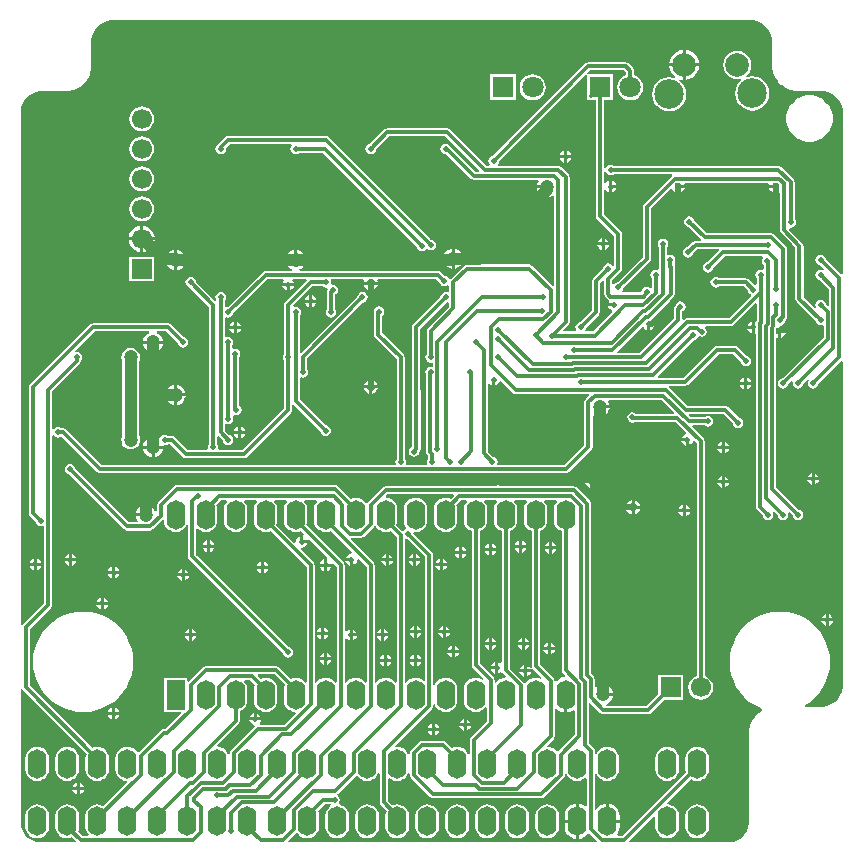
<source format=gbl>
G04*
G04 #@! TF.GenerationSoftware,Altium Limited,Altium Designer,20.2.6 (244)*
G04*
G04 Layer_Physical_Order=2*
G04 Layer_Color=16711680*
%FSLAX25Y25*%
%MOIN*%
G70*
G04*
G04 #@! TF.SameCoordinates,4BF73655-697D-4C1E-89EC-0D8241B82C52*
G04*
G04*
G04 #@! TF.FilePolarity,Positive*
G04*
G01*
G75*
%ADD46C,0.03937*%
%ADD47C,0.01968*%
%ADD48C,0.01181*%
%ADD49C,0.06693*%
%ADD50R,0.06693X0.06693*%
%ADD51O,0.06299X0.09843*%
%ADD52R,0.06299X0.09843*%
%ADD53C,0.07874*%
%ADD54C,0.09843*%
%ADD55C,0.07087*%
%ADD56R,0.07087X0.07087*%
%ADD57O,0.06299X0.09843*%
%ADD58R,0.06693X0.06693*%
%ADD59C,0.04724*%
%ADD60C,0.01968*%
%ADD61C,0.02362*%
%ADD62C,0.02756*%
G36*
X31591Y274788D02*
X244409D01*
X245075Y274788D01*
X246380Y274528D01*
X247610Y274019D01*
X248716Y273279D01*
X249657Y272338D01*
X250397Y271232D01*
X250906Y270002D01*
X251166Y268697D01*
X251166Y268032D01*
X251166Y260032D01*
X251170Y260012D01*
X251167Y259992D01*
X251205Y259202D01*
X251220Y259144D01*
Y259085D01*
X251528Y257534D01*
X251559Y257461D01*
X251574Y257384D01*
X252179Y255923D01*
X252223Y255858D01*
X252253Y255785D01*
X253131Y254470D01*
X253187Y254414D01*
X253231Y254349D01*
X254349Y253231D01*
X254415Y253187D01*
X254470Y253131D01*
X255785Y252253D01*
X255858Y252223D01*
X255923Y252179D01*
X257384Y251574D01*
X257461Y251559D01*
X257534Y251528D01*
X259085Y251220D01*
X259144D01*
X259202Y251205D01*
X259992Y251167D01*
X260012Y251170D01*
X260032Y251166D01*
X268032Y251166D01*
X268697Y251166D01*
X270002Y250906D01*
X271232Y250397D01*
X272338Y249657D01*
X273280Y248716D01*
X274019Y247610D01*
X274528Y246380D01*
X274788Y245075D01*
X274788Y244409D01*
X274788Y190349D01*
X274288Y190142D01*
X269226Y195205D01*
X269132Y195676D01*
X268749Y196249D01*
X268176Y196632D01*
X267500Y196766D01*
X266824Y196632D01*
X266251Y196249D01*
X265868Y195676D01*
X265734Y195000D01*
X265868Y194324D01*
X266251Y193751D01*
X266824Y193368D01*
X267295Y193274D01*
X268661Y191909D01*
X268342Y191521D01*
X268176Y191632D01*
X267500Y191766D01*
X266824Y191632D01*
X266251Y191249D01*
X265868Y190676D01*
X265734Y190000D01*
X265868Y189324D01*
X266251Y188751D01*
X266824Y188368D01*
X267295Y188275D01*
X270387Y185183D01*
Y179696D01*
X269925Y179505D01*
X269226Y180205D01*
X269132Y180676D01*
X268749Y181249D01*
X268176Y181632D01*
X267500Y181766D01*
X266824Y181632D01*
X266251Y181249D01*
X265868Y180676D01*
X265734Y180000D01*
X265868Y179324D01*
X265979Y179158D01*
X265591Y178839D01*
X261811Y182619D01*
Y199554D01*
X261707Y200076D01*
X261412Y200519D01*
X256835Y205095D01*
X256866Y205387D01*
X257377Y205758D01*
X257500Y205734D01*
X258176Y205868D01*
X258749Y206251D01*
X259132Y206824D01*
X259266Y207500D01*
X259132Y208176D01*
X258865Y208576D01*
Y220878D01*
X258761Y221400D01*
X258465Y221843D01*
X254343Y225965D01*
X253901Y226261D01*
X253378Y226365D01*
X198575D01*
X198176Y226632D01*
X197500Y226766D01*
X196824Y226632D01*
X196251Y226249D01*
X195868Y225676D01*
X195865Y225659D01*
X195365Y225708D01*
Y248209D01*
X198291D01*
Y256791D01*
X189936D01*
X189729Y257291D01*
X190573Y258135D01*
X201935D01*
X202635Y257435D01*
Y256580D01*
X201836Y256248D01*
X200939Y255561D01*
X200252Y254664D01*
X199819Y253620D01*
X199672Y252500D01*
X199819Y251380D01*
X200252Y250336D01*
X200939Y249439D01*
X201836Y248751D01*
X202880Y248319D01*
X204000Y248172D01*
X205120Y248319D01*
X206164Y248751D01*
X207061Y249439D01*
X207749Y250336D01*
X208181Y251380D01*
X208328Y252500D01*
X208181Y253620D01*
X207749Y254664D01*
X207061Y255561D01*
X206164Y256248D01*
X205365Y256580D01*
Y258000D01*
X205261Y258522D01*
X204965Y258965D01*
X203465Y260465D01*
X203022Y260761D01*
X202500Y260865D01*
X190008D01*
X189486Y260761D01*
X189043Y260465D01*
X158295Y229718D01*
X157824Y229624D01*
X157251Y229241D01*
X156868Y228668D01*
X156734Y227992D01*
X156868Y227316D01*
X157170Y226865D01*
X156986Y226365D01*
X156067D01*
X143967Y238465D01*
X143524Y238761D01*
X143002Y238865D01*
X123002D01*
X122480Y238761D01*
X122037Y238465D01*
X117295Y233724D01*
X116824Y233630D01*
X116251Y233247D01*
X115868Y232674D01*
X115734Y231998D01*
X115868Y231322D01*
X116251Y230749D01*
X116824Y230366D01*
X117500Y230232D01*
X118176Y230366D01*
X118749Y230749D01*
X119132Y231322D01*
X119226Y231793D01*
X123567Y236135D01*
X142437D01*
X153674Y224898D01*
X153483Y224436D01*
X152495D01*
X143967Y232963D01*
X143916Y232997D01*
X143749Y233247D01*
X143176Y233630D01*
X142500Y233764D01*
X141824Y233630D01*
X141251Y233247D01*
X140868Y232674D01*
X140734Y231998D01*
X140868Y231322D01*
X141251Y230749D01*
X141824Y230366D01*
X142500Y230232D01*
X142782Y230288D01*
X150964Y222106D01*
X151407Y221810D01*
X151929Y221706D01*
X173289D01*
X173510Y221258D01*
X173362Y221066D01*
X173024Y220248D01*
X172974Y219870D01*
X176299D01*
Y219370D01*
X176799D01*
Y216045D01*
X177177Y216094D01*
X177995Y216433D01*
X178187Y216581D01*
X178635Y216359D01*
Y186502D01*
X178135Y186295D01*
X171378Y193052D01*
X170936Y193348D01*
X170413Y193451D01*
X149587D01*
X149064Y193348D01*
X148622Y193052D01*
X144231Y188661D01*
X144123Y188640D01*
X143668Y188713D01*
X143622Y188744D01*
X143356Y189141D01*
X142783Y189524D01*
X142312Y189618D01*
X140965Y190965D01*
X140522Y191261D01*
X140000Y191365D01*
X93816D01*
X93717Y191865D01*
X94196Y192063D01*
X94898Y192602D01*
X95437Y193304D01*
X95776Y194122D01*
X95825Y194500D01*
X89175D01*
X89224Y194122D01*
X89563Y193304D01*
X90102Y192602D01*
X90804Y192063D01*
X91283Y191865D01*
X91184Y191365D01*
X82500D01*
X81978Y191261D01*
X81535Y190965D01*
X69795Y179226D01*
X69365Y179140D01*
X69245Y179152D01*
X68865Y179355D01*
Y181424D01*
X69132Y181824D01*
X69266Y182500D01*
X69132Y183176D01*
X68749Y183749D01*
X68176Y184132D01*
X67500Y184266D01*
X66824Y184132D01*
X66251Y183749D01*
X65868Y183176D01*
X65734Y182500D01*
X65868Y181824D01*
X65979Y181658D01*
X65591Y181339D01*
X59225Y187705D01*
X59132Y188176D01*
X58749Y188749D01*
X58176Y189132D01*
X57500Y189266D01*
X56824Y189132D01*
X56251Y188749D01*
X55868Y188176D01*
X55734Y187500D01*
X55868Y186824D01*
X56251Y186251D01*
X56824Y185868D01*
X57295Y185775D01*
X63635Y179435D01*
Y133771D01*
X63368Y133371D01*
X63234Y132695D01*
X63325Y132237D01*
X63001Y131737D01*
X56492D01*
X52264Y135965D01*
X51822Y136261D01*
X51299Y136365D01*
X49875D01*
X49475Y136632D01*
X48799Y136766D01*
X48123Y136632D01*
X47550Y136249D01*
X47180Y135695D01*
X47108Y135612D01*
X46617Y135470D01*
X45878Y135776D01*
X45500Y135825D01*
Y133000D01*
X48432D01*
X48702Y133253D01*
X48799Y133234D01*
X49475Y133368D01*
X49875Y133635D01*
X50734D01*
X54962Y129407D01*
X55405Y129112D01*
X55927Y129008D01*
X75372D01*
X75895Y129112D01*
X76337Y129407D01*
X90965Y144035D01*
X91261Y144478D01*
X91365Y145000D01*
Y146569D01*
X91865Y146776D01*
X100775Y137866D01*
X100868Y137395D01*
X101251Y136822D01*
X101824Y136439D01*
X102500Y136305D01*
X103176Y136439D01*
X103749Y136822D01*
X104132Y137395D01*
X104266Y138071D01*
X104132Y138747D01*
X103749Y139320D01*
X103176Y139703D01*
X102705Y139796D01*
X93865Y148636D01*
Y155645D01*
X94245Y155848D01*
X94365Y155860D01*
X95000Y155734D01*
X95676Y155868D01*
X96249Y156251D01*
X96632Y156824D01*
X96766Y157500D01*
X96632Y158176D01*
X96365Y158575D01*
Y162151D01*
X114988Y180774D01*
X115459Y180868D01*
X116032Y181251D01*
X116415Y181824D01*
X116550Y182500D01*
X116415Y183176D01*
X116032Y183749D01*
X115459Y184132D01*
X114784Y184266D01*
X114108Y184132D01*
X113535Y183749D01*
X113152Y183176D01*
X113058Y182705D01*
X94365Y164011D01*
X93865Y164219D01*
Y176425D01*
X94132Y176824D01*
X94266Y177500D01*
X94132Y178176D01*
X93749Y178749D01*
X93176Y179132D01*
X92500Y179266D01*
X92220Y179211D01*
X91700Y179585D01*
X91682Y179752D01*
X98065Y186135D01*
X101425D01*
X101824Y185868D01*
X102500Y185734D01*
X102701Y185774D01*
X103126Y185348D01*
X103057Y185000D01*
X103086Y184853D01*
X103047Y184794D01*
X102943Y184272D01*
Y178576D01*
X102676Y178176D01*
X102542Y177500D01*
X102676Y176824D01*
X103059Y176251D01*
X103632Y175868D01*
X104308Y175734D01*
X104984Y175868D01*
X105557Y176251D01*
X105940Y176824D01*
X106074Y177500D01*
X105940Y178176D01*
X105673Y178576D01*
Y183485D01*
X106072Y183751D01*
X106455Y184324D01*
X106589Y185000D01*
X106455Y185676D01*
X106072Y186249D01*
X105499Y186632D01*
X104823Y186766D01*
X104622Y186726D01*
X104197Y187152D01*
X104266Y187500D01*
X104140Y188135D01*
X104152Y188255D01*
X104355Y188635D01*
X115023D01*
X115245Y188135D01*
X115175Y187784D01*
X119825D01*
X119755Y188135D01*
X119977Y188635D01*
X139435D01*
X140382Y187688D01*
X140476Y187217D01*
X140859Y186644D01*
X141432Y186261D01*
X142107Y186126D01*
X142783Y186261D01*
X143135Y186496D01*
X143635Y186229D01*
Y184355D01*
X143255Y184152D01*
X143135Y184140D01*
X142500Y184266D01*
X141824Y184132D01*
X141251Y183749D01*
X140868Y183176D01*
X140775Y182705D01*
X131535Y173465D01*
X131239Y173022D01*
X131135Y172500D01*
Y151635D01*
X131239Y151113D01*
X131414Y150852D01*
Y132768D01*
X131273Y132740D01*
X130700Y132357D01*
X130317Y131784D01*
X130183Y131108D01*
X130317Y130432D01*
X130700Y129859D01*
X131273Y129476D01*
X131949Y129342D01*
X132625Y129476D01*
X133198Y129859D01*
X133581Y130432D01*
X133640Y130731D01*
X133744Y130835D01*
X134039Y131278D01*
X134143Y131800D01*
Y151356D01*
X134039Y151879D01*
X133865Y152140D01*
Y171935D01*
X142705Y180774D01*
X143135Y180860D01*
X143255Y180848D01*
X143635Y180645D01*
Y179422D01*
X136535Y172322D01*
X136239Y171879D01*
X136135Y171356D01*
Y163640D01*
X135825Y163176D01*
X135690Y162500D01*
X135825Y161824D01*
X136208Y161251D01*
X136781Y160868D01*
X137457Y160734D01*
X137915Y160825D01*
X138415Y160501D01*
Y159499D01*
X137915Y159175D01*
X137457Y159266D01*
X136781Y159132D01*
X136208Y158749D01*
X135825Y158176D01*
X135690Y157500D01*
X135825Y156824D01*
X135993Y156572D01*
Y131065D01*
X136097Y130543D01*
X136393Y130100D01*
X136623Y129871D01*
Y128576D01*
X136356Y128176D01*
X136221Y127500D01*
X136312Y127042D01*
X135989Y126542D01*
X129499D01*
X129175Y127042D01*
X129266Y127500D01*
X129132Y128176D01*
X128865Y128576D01*
Y162500D01*
X128761Y163022D01*
X128465Y163465D01*
X121365Y170565D01*
Y176400D01*
X121465Y176468D01*
X121848Y177041D01*
X121983Y177717D01*
X121848Y178392D01*
X121465Y178965D01*
X120892Y179348D01*
X120217Y179483D01*
X119541Y179348D01*
X118968Y178965D01*
X118585Y178392D01*
X118450Y177717D01*
X118585Y177041D01*
X118635Y176965D01*
Y170000D01*
X118739Y169478D01*
X119035Y169035D01*
X126135Y161935D01*
Y128576D01*
X125868Y128176D01*
X125734Y127500D01*
X125825Y127042D01*
X125501Y126542D01*
X27888D01*
X15965Y138465D01*
X15522Y138761D01*
X15000Y138865D01*
X14323D01*
X13924Y139132D01*
X13248Y139266D01*
X12572Y139132D01*
X11999Y138749D01*
X11865Y138548D01*
X11365Y138699D01*
Y151187D01*
X20472Y160294D01*
X20768Y160736D01*
X20864Y161223D01*
X20906Y161251D01*
X21289Y161824D01*
X21424Y162500D01*
X21289Y163176D01*
X20906Y163749D01*
X20333Y164132D01*
X19657Y164266D01*
X19340Y164203D01*
X19094Y164664D01*
X25565Y171135D01*
X43684D01*
X43783Y170635D01*
X43304Y170437D01*
X42602Y169898D01*
X42063Y169196D01*
X41724Y168378D01*
X41675Y168000D01*
X48325D01*
X48276Y168378D01*
X47937Y169196D01*
X47398Y169898D01*
X46696Y170437D01*
X46217Y170635D01*
X46316Y171135D01*
X49435D01*
X53275Y167295D01*
X53368Y166824D01*
X53751Y166251D01*
X54324Y165868D01*
X55000Y165734D01*
X55676Y165868D01*
X56249Y166251D01*
X56632Y166824D01*
X56766Y167500D01*
X56632Y168176D01*
X56249Y168749D01*
X55676Y169132D01*
X55205Y169226D01*
X50965Y173465D01*
X50522Y173761D01*
X50000Y173865D01*
X25000D01*
X24478Y173761D01*
X24035Y173465D01*
X4035Y153465D01*
X3739Y153022D01*
X3635Y152500D01*
Y110525D01*
X3739Y110003D01*
X4035Y109560D01*
X5774Y107821D01*
X5868Y107350D01*
X6251Y106776D01*
X6824Y106394D01*
X7500Y106259D01*
X8135Y106386D01*
X8255Y106373D01*
X8635Y106170D01*
Y80565D01*
X1535Y73465D01*
X1303Y73118D01*
X819Y73194D01*
X803Y73201D01*
X803Y244000D01*
X803Y244706D01*
X1078Y246090D01*
X1618Y247394D01*
X2402Y248568D01*
X3401Y249566D01*
X4574Y250350D01*
X5878Y250890D01*
X7263Y251166D01*
X7969Y251166D01*
X15969Y251166D01*
X15988Y251170D01*
X16008Y251167D01*
X16758Y251203D01*
X16816Y251218D01*
X16875D01*
X18347Y251511D01*
X18420Y251541D01*
X18497Y251556D01*
X19884Y252131D01*
X19949Y252174D01*
X20022Y252205D01*
X21270Y253038D01*
X21326Y253094D01*
X21392Y253138D01*
X22452Y254199D01*
X22496Y254265D01*
X22552Y254321D01*
X23386Y255568D01*
X23416Y255641D01*
X23460Y255707D01*
X24034Y257093D01*
X24050Y257171D01*
X24080Y257244D01*
X24373Y258715D01*
Y258775D01*
X24387Y258833D01*
X24424Y259583D01*
X24421Y259602D01*
X24425Y259622D01*
X24425Y267622D01*
X24425Y268328D01*
X24700Y269712D01*
X25240Y271016D01*
X26024Y272190D01*
X27023Y273188D01*
X28196Y273972D01*
X29500Y274512D01*
X30885Y274788D01*
X31591Y274788D01*
D02*
G37*
G36*
X195868Y224324D02*
X196251Y223751D01*
X196824Y223368D01*
X197500Y223234D01*
X198176Y223368D01*
X198575Y223635D01*
X217935D01*
X218087Y223135D01*
X217991Y223071D01*
X208588Y213668D01*
X208293Y213226D01*
X208189Y212703D01*
Y195904D01*
X199795Y187511D01*
X199324Y187417D01*
X198751Y187034D01*
X198592Y186796D01*
X198092Y186948D01*
Y188182D01*
X200965Y191055D01*
X201261Y191498D01*
X201365Y192020D01*
Y203500D01*
X201261Y204022D01*
X200965Y204465D01*
X195365Y210065D01*
Y218121D01*
X195865Y218273D01*
X196069Y217967D01*
X196726Y217528D01*
X197000Y217474D01*
Y219397D01*
Y221321D01*
X196726Y221266D01*
X196069Y220828D01*
X195865Y220521D01*
X195365Y220673D01*
Y224292D01*
X195865Y224341D01*
X195868Y224324D01*
D02*
G37*
G36*
X250406Y220241D02*
X250376Y220087D01*
X252500D01*
Y219587D01*
X253000D01*
Y217462D01*
X253312Y217524D01*
X253429Y217515D01*
X253812Y217310D01*
Y204823D01*
X253916Y204300D01*
X254212Y203858D01*
X259082Y198988D01*
Y182053D01*
X259186Y181531D01*
X259481Y181088D01*
X265774Y174795D01*
X265868Y174324D01*
X266251Y173751D01*
X266824Y173368D01*
X267500Y173234D01*
X267958Y173325D01*
X268458Y173001D01*
Y169187D01*
X254795Y155525D01*
X254324Y155431D01*
X253751Y155048D01*
X253368Y154475D01*
X253234Y153799D01*
X253368Y153123D01*
X253751Y152550D01*
X254324Y152167D01*
X255000Y152033D01*
X255676Y152167D01*
X256249Y152550D01*
X256632Y153123D01*
X256726Y153595D01*
X257827Y154696D01*
X258069Y154571D01*
X258240Y154402D01*
X258120Y153799D01*
X258254Y153123D01*
X258637Y152550D01*
X259210Y152167D01*
X259886Y152033D01*
X260562Y152167D01*
X261135Y152550D01*
X261518Y153123D01*
X261611Y153595D01*
X263320Y155304D01*
X263709Y154985D01*
X263368Y154475D01*
X263234Y153799D01*
X263368Y153123D01*
X263751Y152550D01*
X264324Y152167D01*
X265000Y152033D01*
X265676Y152167D01*
X266249Y152550D01*
X266632Y153123D01*
X266725Y153595D01*
X274288Y161157D01*
X274788Y160950D01*
X274788Y53150D01*
X274788Y52453D01*
X274516Y51087D01*
X273983Y49800D01*
X273209Y48642D01*
X272224Y47657D01*
X271066Y46883D01*
X269779Y46350D01*
X268413Y46078D01*
X262408D01*
X262367Y46255D01*
X262365Y46578D01*
X264121Y47752D01*
X265766Y49195D01*
X267209Y50840D01*
X268425Y52659D01*
X269392Y54622D01*
X270096Y56694D01*
X270523Y58840D01*
X270666Y61024D01*
X270523Y63207D01*
X270096Y65353D01*
X269392Y67425D01*
X268425Y69388D01*
X267209Y71207D01*
X265766Y72853D01*
X264121Y74295D01*
X262301Y75511D01*
X260339Y76479D01*
X258267Y77182D01*
X256121Y77609D01*
X253937Y77752D01*
X251753Y77609D01*
X249607Y77182D01*
X247535Y76479D01*
X245573Y75511D01*
X243753Y74295D01*
X242108Y72853D01*
X240665Y71207D01*
X239450Y69388D01*
X238482Y67425D01*
X237778Y65353D01*
X237351Y63207D01*
X237208Y61024D01*
X237351Y58840D01*
X237778Y56694D01*
X238482Y54622D01*
X239450Y52659D01*
X240665Y50840D01*
X242108Y49195D01*
X243753Y47752D01*
X245573Y46536D01*
X247535Y45568D01*
X248041Y45397D01*
X248114Y44844D01*
X247005Y44103D01*
X246949Y44047D01*
X246884Y44003D01*
X245760Y42880D01*
X245716Y42814D01*
X245660Y42758D01*
X244778Y41437D01*
X244747Y41364D01*
X244704Y41299D01*
X244095Y39831D01*
X244080Y39753D01*
X244050Y39680D01*
X243740Y38122D01*
Y38062D01*
X243725Y38005D01*
X243686Y37210D01*
X243689Y37190D01*
X243685Y37171D01*
Y7874D01*
X243685Y7178D01*
X243414Y5811D01*
X242881Y4525D01*
X242107Y3366D01*
X241122Y2381D01*
X239964Y1608D01*
X238677Y1075D01*
X237311Y803D01*
X203771D01*
X203580Y1265D01*
X211947Y9631D01*
X212447Y9424D01*
Y6102D01*
X212581Y5085D01*
X212973Y4137D01*
X213598Y3322D01*
X214412Y2698D01*
X215360Y2305D01*
X216378Y2171D01*
X217395Y2305D01*
X218344Y2698D01*
X219158Y3322D01*
X219782Y4137D01*
X220175Y5085D01*
X220309Y6102D01*
Y9646D01*
X220175Y10663D01*
X219782Y11611D01*
X219158Y12426D01*
X218344Y13050D01*
X217395Y13443D01*
X216574Y13551D01*
X216368Y14052D01*
X224240Y21925D01*
X224412Y21792D01*
X225360Y21399D01*
X226378Y21266D01*
X227395Y21399D01*
X228344Y21792D01*
X229158Y22417D01*
X229783Y23231D01*
X230175Y24179D01*
X230309Y25197D01*
Y28740D01*
X230175Y29758D01*
X229783Y30706D01*
X229158Y31520D01*
X228344Y32145D01*
X227395Y32537D01*
X226378Y32671D01*
X225360Y32537D01*
X224412Y32145D01*
X223598Y31520D01*
X222973Y30706D01*
X222581Y29758D01*
X222447Y28740D01*
Y25197D01*
X222581Y24179D01*
X222596Y24141D01*
X201434Y2979D01*
X199842D01*
X199595Y3479D01*
X200003Y4010D01*
X200421Y5019D01*
X200563Y6102D01*
Y7374D01*
X196378D01*
Y7874D01*
X195878D01*
Y13765D01*
X195295Y13689D01*
X194285Y13270D01*
X193418Y12605D01*
X192753Y11738D01*
X192731Y11684D01*
X192231Y11784D01*
Y23717D01*
X192731Y23817D01*
X192973Y23231D01*
X193598Y22417D01*
X194412Y21792D01*
X195361Y21399D01*
X196378Y21266D01*
X197395Y21399D01*
X198344Y21792D01*
X199158Y22417D01*
X199783Y23231D01*
X200175Y24179D01*
X200309Y25197D01*
Y28740D01*
X200175Y29758D01*
X199783Y30706D01*
X199158Y31520D01*
X198344Y32145D01*
X197395Y32537D01*
X196378Y32671D01*
X195361Y32537D01*
X194412Y32145D01*
X193598Y31520D01*
X192973Y30706D01*
X192731Y30121D01*
X192231Y30220D01*
Y31298D01*
X192127Y31820D01*
X191831Y32263D01*
X190282Y33812D01*
Y47135D01*
X190744Y47326D01*
X194035Y44035D01*
X194478Y43739D01*
X195000Y43635D01*
X210000D01*
X210522Y43739D01*
X210965Y44035D01*
X215336Y48406D01*
X221595D01*
Y56595D01*
X213405D01*
Y50336D01*
X209435Y46365D01*
X196031D01*
X195989Y46423D01*
X195979Y46490D01*
X196175Y47022D01*
X196737Y47255D01*
X197440Y47794D01*
X197978Y48497D01*
X198317Y49314D01*
X198367Y49692D01*
X195042D01*
Y50192D01*
X194542D01*
Y53518D01*
X194164Y53468D01*
X193346Y53129D01*
X192711Y52642D01*
X192211Y52765D01*
Y55229D01*
X192107Y55751D01*
X191812Y56194D01*
X190971Y57034D01*
Y113741D01*
X190867Y114263D01*
X190571Y114706D01*
X186123Y119154D01*
X185680Y119450D01*
X185158Y119554D01*
X160436D01*
X160387Y120054D01*
X160774Y120131D01*
X161431Y120569D01*
X161869Y121226D01*
X161924Y121500D01*
X158076D01*
X158131Y121226D01*
X158569Y120569D01*
X159226Y120131D01*
X159613Y120054D01*
X159564Y119554D01*
X149842D01*
X149743Y119534D01*
X122550D01*
X122028Y119430D01*
X121585Y119134D01*
X116535Y114084D01*
X116391Y113869D01*
X116246Y113830D01*
X115811Y113859D01*
X115280Y114551D01*
X114466Y115176D01*
X113517Y115569D01*
X112500Y115703D01*
X111483Y115569D01*
X110882Y115320D01*
X106674Y119528D01*
X106231Y119824D01*
X105709Y119928D01*
X82370D01*
X82219Y120428D01*
X82431Y120569D01*
X82869Y121226D01*
X82924Y121500D01*
X79076D01*
X79131Y121226D01*
X79569Y120569D01*
X79781Y120428D01*
X79630Y119928D01*
X52944D01*
X52422Y119824D01*
X51979Y119528D01*
X46535Y114084D01*
X46239Y113641D01*
X46135Y113119D01*
Y111316D01*
X45635Y111217D01*
X45437Y111696D01*
X44898Y112398D01*
X44196Y112937D01*
X43378Y113276D01*
X43000Y113325D01*
Y110000D01*
X42500D01*
Y109500D01*
X39175D01*
X39224Y109122D01*
X39563Y108304D01*
X39798Y107998D01*
X39552Y107498D01*
X36930D01*
X19060Y125368D01*
X18966Y125839D01*
X18583Y126412D01*
X18010Y126795D01*
X17334Y126929D01*
X16659Y126795D01*
X16086Y126412D01*
X15703Y125839D01*
X15568Y125163D01*
X15703Y124487D01*
X16086Y123914D01*
X16659Y123531D01*
X17130Y123438D01*
X35399Y105168D01*
X35842Y104872D01*
X36364Y104768D01*
X43867D01*
X44389Y104872D01*
X44832Y105168D01*
X48069Y108405D01*
X48504Y108251D01*
X48572Y108201D01*
X48703Y107211D01*
X49095Y106263D01*
X49720Y105448D01*
X50534Y104824D01*
X51482Y104431D01*
X52500Y104297D01*
X53518Y104431D01*
X54466Y104824D01*
X55280Y105448D01*
X55905Y106263D01*
X56147Y106848D01*
X56647Y106748D01*
Y96181D01*
X56751Y95659D01*
X57047Y95216D01*
X88275Y63988D01*
X88368Y63517D01*
X88751Y62944D01*
X89324Y62561D01*
X90000Y62427D01*
X90676Y62561D01*
X91249Y62944D01*
X91632Y63517D01*
X91766Y64193D01*
X91632Y64869D01*
X91249Y65442D01*
X90676Y65825D01*
X90205Y65918D01*
X59377Y96746D01*
Y105120D01*
X59877Y105329D01*
X60534Y104824D01*
X61483Y104431D01*
X62500Y104297D01*
X63517Y104431D01*
X64466Y104824D01*
X65280Y105448D01*
X65905Y106263D01*
X66297Y107211D01*
X66431Y108228D01*
Y111772D01*
X66297Y112789D01*
X66048Y113390D01*
X67554Y114895D01*
X69391D01*
X69600Y114395D01*
X69095Y113737D01*
X68703Y112789D01*
X68569Y111772D01*
Y108228D01*
X68703Y107211D01*
X69095Y106263D01*
X69720Y105448D01*
X70534Y104824D01*
X71482Y104431D01*
X72500Y104297D01*
X73518Y104431D01*
X74466Y104824D01*
X75280Y105448D01*
X75905Y106263D01*
X76297Y107211D01*
X76431Y108228D01*
Y111772D01*
X76297Y112789D01*
X75905Y113737D01*
X75400Y114395D01*
X75609Y114895D01*
X79391D01*
X79600Y114395D01*
X79095Y113737D01*
X78703Y112789D01*
X78569Y111772D01*
Y108228D01*
X78703Y107211D01*
X79095Y106263D01*
X79720Y105448D01*
X80534Y104824D01*
X81482Y104431D01*
X82500Y104297D01*
X83517Y104431D01*
X84118Y104680D01*
X96135Y92663D01*
Y54258D01*
X95635Y54088D01*
X95280Y54552D01*
X94466Y55176D01*
X93518Y55569D01*
X92500Y55703D01*
X91483Y55569D01*
X90882Y55320D01*
X87048Y59154D01*
X86605Y59450D01*
X86083Y59554D01*
X62570D01*
X62048Y59450D01*
X61605Y59154D01*
X56898Y54447D01*
X56398Y54654D01*
Y55669D01*
X48602D01*
Y44331D01*
X54211D01*
X54403Y43869D01*
X49204Y38671D01*
X48596D01*
X48074Y38567D01*
X47631Y38271D01*
X40248Y30888D01*
X40187Y30864D01*
X39599Y30945D01*
X39158Y31520D01*
X38344Y32145D01*
X37395Y32537D01*
X36378Y32671D01*
X35361Y32537D01*
X34412Y32145D01*
X33598Y31520D01*
X32973Y30706D01*
X32581Y29758D01*
X32447Y28740D01*
Y25197D01*
X32581Y24179D01*
X32973Y23231D01*
X33598Y22417D01*
X34412Y21792D01*
X35361Y21399D01*
X36182Y21291D01*
X36388Y20790D01*
X28516Y12918D01*
X28344Y13050D01*
X27395Y13443D01*
X26378Y13577D01*
X25361Y13443D01*
X24412Y13050D01*
X23598Y12426D01*
X22973Y11611D01*
X22581Y10663D01*
X22447Y9646D01*
Y6102D01*
X22581Y5085D01*
X22973Y4137D01*
X23478Y3479D01*
X23269Y2979D01*
X21431D01*
X19926Y4484D01*
X20175Y5085D01*
X20309Y6102D01*
Y9646D01*
X20175Y10663D01*
X19782Y11611D01*
X19158Y12426D01*
X18344Y13050D01*
X17395Y13443D01*
X16378Y13577D01*
X15360Y13443D01*
X14412Y13050D01*
X13598Y12426D01*
X12973Y11611D01*
X12581Y10663D01*
X12447Y9646D01*
Y6102D01*
X12581Y5085D01*
X12973Y4137D01*
X13598Y3322D01*
X14412Y2698D01*
X15360Y2305D01*
X16378Y2171D01*
X17395Y2305D01*
X17996Y2554D01*
X19286Y1265D01*
X19094Y803D01*
X7177D01*
X5811Y1075D01*
X4524Y1608D01*
X3366Y2381D01*
X2381Y3366D01*
X1608Y4524D01*
X1075Y5811D01*
X803Y7177D01*
Y7874D01*
Y51917D01*
X819Y51924D01*
X1303Y52000D01*
X1535Y51653D01*
X22829Y30358D01*
X22581Y29758D01*
X22447Y28740D01*
Y25197D01*
X22581Y24179D01*
X22973Y23231D01*
X23598Y22417D01*
X24412Y21792D01*
X25361Y21399D01*
X26378Y21266D01*
X27395Y21399D01*
X28344Y21792D01*
X29158Y22417D01*
X29783Y23231D01*
X30175Y24179D01*
X30309Y25197D01*
Y28740D01*
X30175Y29758D01*
X29783Y30706D01*
X29158Y31520D01*
X28344Y32145D01*
X27395Y32537D01*
X26378Y32671D01*
X25361Y32537D01*
X24760Y32289D01*
X3865Y53183D01*
Y71935D01*
X10965Y79035D01*
X11261Y79478D01*
X11365Y80000D01*
Y136301D01*
X11865Y136452D01*
X11999Y136251D01*
X12572Y135868D01*
X13248Y135734D01*
X13924Y135868D01*
X14323Y136135D01*
X14435D01*
X26358Y124212D01*
X26801Y123916D01*
X27323Y123812D01*
X79309D01*
X79491Y123312D01*
X79131Y122774D01*
X79076Y122500D01*
X82924D01*
X82869Y122774D01*
X82509Y123312D01*
X82691Y123812D01*
X158309D01*
X158491Y123312D01*
X158131Y122774D01*
X158076Y122500D01*
X161924D01*
X161869Y122774D01*
X161510Y123312D01*
X161691Y123812D01*
X182677D01*
X183200Y123916D01*
X183642Y124212D01*
X191062Y131632D01*
X191358Y132075D01*
X191462Y132597D01*
Y143053D01*
X191910Y143275D01*
X192102Y143127D01*
X192920Y142789D01*
X193298Y142739D01*
Y146064D01*
X193798D01*
Y146564D01*
X197123D01*
X197074Y146942D01*
X196735Y147760D01*
X196588Y147952D01*
X196809Y148400D01*
X214441D01*
X218653Y144189D01*
X218461Y143727D01*
X206006D01*
X205459Y144092D01*
X204784Y144227D01*
X204108Y144092D01*
X203535Y143710D01*
X203152Y143137D01*
X203017Y142461D01*
X203152Y141785D01*
X203535Y141212D01*
X204108Y140829D01*
X204784Y140694D01*
X205459Y140829D01*
X205712Y140997D01*
X219116D01*
X222650Y137463D01*
X222486Y136921D01*
X222226Y136869D01*
X221569Y136431D01*
X221131Y135774D01*
X221076Y135500D01*
X223000D01*
Y135000D01*
X223500D01*
Y133076D01*
X223774Y133131D01*
X224431Y133569D01*
X224869Y134226D01*
X224921Y134486D01*
X225463Y134650D01*
X226135Y133978D01*
Y56366D01*
X225435Y56077D01*
X224580Y55420D01*
X223923Y54565D01*
X223511Y53569D01*
X223370Y52500D01*
X223511Y51431D01*
X223923Y50435D01*
X224580Y49580D01*
X225435Y48924D01*
X226431Y48511D01*
X227500Y48370D01*
X228569Y48511D01*
X229565Y48924D01*
X230420Y49580D01*
X231077Y50435D01*
X231489Y51431D01*
X231630Y52500D01*
X231489Y53569D01*
X231077Y54565D01*
X230420Y55420D01*
X229565Y56077D01*
X228865Y56366D01*
Y134544D01*
X228761Y135066D01*
X228465Y135509D01*
X224605Y139369D01*
X224797Y139831D01*
X228924D01*
X229324Y139564D01*
X230000Y139429D01*
X230676Y139564D01*
X231249Y139946D01*
X231632Y140519D01*
X231766Y141195D01*
X231632Y141871D01*
X231249Y142444D01*
X230676Y142827D01*
X230000Y142962D01*
X229324Y142827D01*
X228924Y142560D01*
X224142D01*
X223529Y143173D01*
X223720Y143635D01*
X235183D01*
X238275Y140543D01*
X238368Y140072D01*
X238751Y139499D01*
X239324Y139116D01*
X240000Y138982D01*
X240676Y139116D01*
X241249Y139499D01*
X241632Y140072D01*
X241766Y140748D01*
X241632Y141424D01*
X241249Y141997D01*
X240676Y142380D01*
X240205Y142474D01*
X236713Y145965D01*
X236270Y146261D01*
X235748Y146365D01*
X223065D01*
X216905Y152525D01*
X217095Y153025D01*
X222346D01*
X222868Y153129D01*
X223311Y153425D01*
X228922Y159035D01*
X233522Y163635D01*
X238262D01*
X240774Y161122D01*
X240868Y160651D01*
X241251Y160078D01*
X241824Y159695D01*
X242500Y159561D01*
X243176Y159695D01*
X243749Y160078D01*
X244132Y160651D01*
X244266Y161327D01*
X244132Y162003D01*
X243749Y162576D01*
X243176Y162959D01*
X242705Y163052D01*
X239792Y165965D01*
X239349Y166261D01*
X238827Y166365D01*
X232956D01*
X232434Y166261D01*
X231991Y165965D01*
X226991Y160965D01*
X221781Y155755D01*
X213338D01*
X213147Y156217D01*
X225205Y168274D01*
X225676Y168368D01*
X226249Y168751D01*
X226584Y169252D01*
X226794Y169391D01*
X227008Y169480D01*
X227172Y169478D01*
X227810Y169351D01*
X228486Y169485D01*
X229059Y169868D01*
X229442Y170441D01*
X229576Y171117D01*
X229442Y171793D01*
X229059Y172366D01*
X229028Y172387D01*
X229179Y172887D01*
X237537D01*
X238059Y172991D01*
X238502Y173287D01*
X245673Y180458D01*
X246135Y180267D01*
Y174729D01*
X246007Y174602D01*
X245675Y174389D01*
X245500Y174424D01*
Y172500D01*
Y170537D01*
X245958Y170198D01*
Y112677D01*
X246062Y112155D01*
X246358Y111712D01*
X248274Y109795D01*
X248368Y109324D01*
X248751Y108751D01*
X249324Y108368D01*
X250000Y108234D01*
X250676Y108368D01*
X251249Y108751D01*
X251632Y109324D01*
X251766Y110000D01*
X251632Y110676D01*
X251521Y110842D01*
X251909Y111161D01*
X253274Y109795D01*
X253368Y109324D01*
X253751Y108751D01*
X254324Y108368D01*
X255000Y108234D01*
X255676Y108368D01*
X256249Y108751D01*
X256632Y109324D01*
X256766Y110000D01*
X256639Y110642D01*
X256661Y110672D01*
X257163Y110825D01*
X258192Y109795D01*
X258286Y109324D01*
X258668Y108751D01*
X259242Y108368D01*
X259917Y108234D01*
X260593Y108368D01*
X261166Y108751D01*
X261549Y109324D01*
X261684Y110000D01*
X261549Y110676D01*
X261166Y111249D01*
X260593Y111632D01*
X260122Y111725D01*
X252546Y119302D01*
Y168804D01*
X253046Y169117D01*
X253201Y169086D01*
Y171211D01*
X253701D01*
Y171711D01*
X255825D01*
X255755Y172062D01*
X255273Y172783D01*
X255014Y172956D01*
Y173557D01*
X255304Y173751D01*
X255687Y174324D01*
X255821Y175000D01*
X255813Y175041D01*
X255891Y175119D01*
X256187Y175562D01*
X256291Y176084D01*
Y198504D01*
X256187Y199026D01*
X255891Y199469D01*
X251895Y203465D01*
X251452Y203761D01*
X250930Y203865D01*
X229526D01*
X225466Y207925D01*
X225372Y208396D01*
X224989Y208969D01*
X224416Y209352D01*
X223740Y209486D01*
X223064Y209352D01*
X222491Y208969D01*
X222108Y208396D01*
X221974Y207720D01*
X222108Y207044D01*
X222491Y206471D01*
X223064Y206088D01*
X223536Y205995D01*
X227665Y201865D01*
X227458Y201365D01*
X225787D01*
X225265Y201261D01*
X224822Y200965D01*
X223083Y199225D01*
X222612Y199132D01*
X222039Y198749D01*
X221656Y198176D01*
X221521Y197500D01*
X221656Y196824D01*
X222039Y196251D01*
X222612Y195868D01*
X223288Y195734D01*
X223963Y195868D01*
X224536Y196251D01*
X224919Y196824D01*
X225013Y197295D01*
X226353Y198635D01*
X233498D01*
X233705Y198135D01*
X229795Y194226D01*
X229324Y194132D01*
X228751Y193749D01*
X228368Y193176D01*
X228234Y192500D01*
X228368Y191824D01*
X228751Y191251D01*
X229324Y190868D01*
X230000Y190734D01*
X230676Y190868D01*
X231249Y191251D01*
X231632Y191824D01*
X231726Y192295D01*
X235565Y196135D01*
X247944D01*
X248211Y195635D01*
X247976Y195283D01*
X247841Y194607D01*
X247976Y193932D01*
X248359Y193359D01*
X248458Y193292D01*
Y191999D01*
X247958Y191675D01*
X247500Y191766D01*
X246824Y191632D01*
X246251Y191249D01*
X245868Y190676D01*
X245734Y190000D01*
X245868Y189324D01*
X246135Y188925D01*
Y186855D01*
X245755Y186652D01*
X245635Y186640D01*
X245205Y186725D01*
X243465Y188465D01*
X243022Y188761D01*
X242500Y188865D01*
X233576D01*
X233176Y189132D01*
X232500Y189266D01*
X231824Y189132D01*
X231251Y188749D01*
X230868Y188176D01*
X230734Y187500D01*
X230868Y186824D01*
X231251Y186251D01*
X231824Y185868D01*
X232500Y185734D01*
X233176Y185868D01*
X233576Y186135D01*
X241935D01*
X243274Y184795D01*
X243368Y184324D01*
X243751Y183751D01*
X244139Y183492D01*
X244264Y182909D01*
X236972Y175617D01*
X223087D01*
X222565Y175513D01*
X222122Y175217D01*
X221847Y174942D01*
X221804Y174947D01*
X221365Y175167D01*
Y177787D01*
X221454Y177804D01*
X222027Y178187D01*
X222410Y178760D01*
X222544Y179436D01*
X222410Y180112D01*
X222027Y180685D01*
X221454Y181068D01*
X220778Y181202D01*
X220102Y181068D01*
X219529Y180685D01*
X219146Y180112D01*
X219052Y179641D01*
X219035Y179623D01*
X218739Y179181D01*
X218635Y178658D01*
Y175565D01*
X206935Y163865D01*
X199751D01*
X199544Y164365D01*
X207848Y172669D01*
X208463Y172577D01*
X208722Y172188D01*
X209379Y171750D01*
X209653Y171695D01*
Y173619D01*
X210153D01*
Y174119D01*
X212077D01*
X212022Y174393D01*
X211584Y175049D01*
X211531Y175085D01*
X211482Y175582D01*
X218465Y182565D01*
X218761Y183008D01*
X218865Y183530D01*
Y192500D01*
X218799Y192831D01*
Y194150D01*
X218915Y194324D01*
X219050Y195000D01*
X218915Y195676D01*
X218532Y196249D01*
X217959Y196632D01*
X217284Y196766D01*
X216776Y196665D01*
X216277Y196966D01*
Y199223D01*
X216544Y199622D01*
X216678Y200298D01*
X216544Y200974D01*
X216161Y201547D01*
X215588Y201930D01*
X214912Y202064D01*
X214236Y201930D01*
X213663Y201547D01*
X213280Y200974D01*
X213145Y200298D01*
X213280Y199622D01*
X213547Y199223D01*
Y191939D01*
X213047Y191657D01*
X212500Y191766D01*
X211824Y191632D01*
X211251Y191249D01*
X210868Y190676D01*
X210734Y190000D01*
X210868Y189324D01*
X211135Y188925D01*
Y185807D01*
X211012Y185715D01*
X210635Y185586D01*
X210169Y185897D01*
X209493Y186031D01*
X208818Y185897D01*
X208244Y185514D01*
X207862Y184941D01*
X207727Y184265D01*
X207243Y184137D01*
X201538D01*
X201437Y184276D01*
X201317Y184637D01*
X201632Y185109D01*
X201726Y185580D01*
X210519Y194373D01*
X210814Y194816D01*
X210918Y195338D01*
Y212138D01*
X217481Y218701D01*
X218057Y218569D01*
X218427Y218014D01*
X219149Y217532D01*
X219500Y217462D01*
Y219587D01*
X220000D01*
Y220087D01*
X222124D01*
X222094Y220241D01*
X222407Y220742D01*
X250093D01*
X250406Y220241D01*
D02*
G37*
G36*
X189709Y256564D02*
Y249679D01*
X189682Y249547D01*
X189709Y249415D01*
Y248209D01*
X190915D01*
X191047Y248182D01*
X191179Y248209D01*
X192635D01*
Y209500D01*
X192739Y208978D01*
X193035Y208535D01*
X198635Y202935D01*
Y193195D01*
X198135Y193043D01*
X197976Y193281D01*
X197403Y193664D01*
X196727Y193799D01*
X196051Y193664D01*
X195478Y193281D01*
X195096Y192708D01*
X195002Y192237D01*
X191535Y188770D01*
X191239Y188328D01*
X191135Y187805D01*
Y178065D01*
X187295Y174225D01*
X186824Y174132D01*
X186251Y173749D01*
X185868Y173176D01*
X185734Y172500D01*
X185868Y171824D01*
X186003Y171623D01*
X185735Y171123D01*
X181957D01*
X181765Y171585D01*
X183465Y173284D01*
X183761Y173727D01*
X183865Y174249D01*
Y222500D01*
X183761Y223022D01*
X183465Y223465D01*
X180965Y225965D01*
X180522Y226261D01*
X180000Y226365D01*
X160014D01*
X159830Y226865D01*
X160132Y227316D01*
X160225Y227787D01*
X189209Y256771D01*
X189709Y256564D01*
D02*
G37*
G36*
X96205Y188135D02*
X89035Y180965D01*
X88739Y180522D01*
X88635Y180000D01*
Y163575D01*
X88368Y163176D01*
X88234Y162500D01*
X88368Y161824D01*
X88635Y161425D01*
Y145565D01*
X74807Y131737D01*
X66999D01*
X66675Y132237D01*
X66766Y132695D01*
X66632Y133371D01*
X66365Y133771D01*
Y135998D01*
X66865Y136205D01*
X68274Y134795D01*
X68368Y134324D01*
X68751Y133751D01*
X69324Y133368D01*
X70000Y133234D01*
X70676Y133368D01*
X71249Y133751D01*
X71632Y134324D01*
X71766Y135000D01*
X71632Y135676D01*
X71249Y136249D01*
X70676Y136632D01*
X70205Y136725D01*
X68865Y138065D01*
Y140212D01*
X69245Y140415D01*
X69365Y140427D01*
X70000Y140301D01*
X70676Y140435D01*
X71249Y140818D01*
X71632Y141391D01*
X71766Y142067D01*
X71632Y142743D01*
X71608Y142779D01*
X71665Y143016D01*
X72037Y143368D01*
X72713Y143234D01*
X73389Y143368D01*
X73962Y143751D01*
X74345Y144324D01*
X74479Y145000D01*
X74345Y145676D01*
X73962Y146249D01*
X73688Y146432D01*
Y162589D01*
X73955Y162989D01*
X74089Y163665D01*
X73955Y164340D01*
X73572Y164913D01*
X72999Y165296D01*
X72323Y165431D01*
X71865Y165340D01*
X71365Y165663D01*
Y166425D01*
X71632Y166824D01*
X71766Y167500D01*
X71632Y168176D01*
X71249Y168749D01*
X70676Y169132D01*
X70000Y169266D01*
X69365Y169140D01*
X69245Y169152D01*
X68865Y169355D01*
Y175645D01*
X69245Y175848D01*
X69365Y175860D01*
X70000Y175734D01*
X70676Y175868D01*
X71249Y176251D01*
X71632Y176824D01*
X71725Y177295D01*
X83065Y188635D01*
X88385D01*
X88530Y188260D01*
X88555Y188135D01*
X88131Y187501D01*
X88076Y187226D01*
X91924D01*
X91869Y187501D01*
X91445Y188135D01*
X91470Y188260D01*
X91615Y188635D01*
X95998D01*
X96205Y188135D01*
D02*
G37*
G36*
X195362Y188084D02*
Y183465D01*
X195466Y182942D01*
X195762Y182500D01*
X196454Y181808D01*
X196763Y181601D01*
X196897Y181512D01*
X196916Y180998D01*
X196766Y180774D01*
X196712Y180500D01*
X198635D01*
Y179500D01*
X196712D01*
X196766Y179226D01*
X197205Y178569D01*
X197861Y178131D01*
X198041Y178095D01*
X198186Y177617D01*
X191693Y171123D01*
X189265D01*
X188997Y171623D01*
X189132Y171824D01*
X189225Y172295D01*
X193465Y176535D01*
X193761Y176978D01*
X193865Y177500D01*
Y187240D01*
X194901Y188276D01*
X195362Y188084D01*
D02*
G37*
G36*
X159000Y153076D02*
X159274Y153131D01*
X159931Y153569D01*
X160369Y154226D01*
X160414Y154449D01*
X160956Y154614D01*
X164841Y150729D01*
X165284Y150433D01*
X165806Y150329D01*
X190246D01*
X190437Y149867D01*
X189132Y148562D01*
X188836Y148119D01*
X188732Y147597D01*
Y133162D01*
X182112Y126542D01*
X159906D01*
X159703Y126922D01*
X159691Y127042D01*
X159817Y127677D01*
X159683Y128353D01*
X159300Y128926D01*
X158727Y129309D01*
X158256Y129403D01*
X156542Y131116D01*
Y153459D01*
X157042Y153611D01*
X157069Y153569D01*
X157726Y153131D01*
X158000Y153076D01*
Y155000D01*
X159000D01*
Y153076D01*
D02*
G37*
G36*
X145141Y116343D02*
X144118Y115320D01*
X143517Y115569D01*
X142500Y115703D01*
X141482Y115569D01*
X140534Y115176D01*
X139720Y114551D01*
X139095Y113737D01*
X138703Y112789D01*
X138569Y111772D01*
Y108228D01*
X138703Y107211D01*
X139095Y106263D01*
X139720Y105448D01*
X140534Y104824D01*
X141482Y104431D01*
X142500Y104297D01*
X143517Y104431D01*
X144466Y104824D01*
X145280Y105448D01*
X145905Y106263D01*
X146297Y107211D01*
X146431Y108228D01*
Y111772D01*
X146297Y112789D01*
X146048Y113390D01*
X147534Y114875D01*
X149357D01*
X149585Y114375D01*
X149095Y113737D01*
X148703Y112789D01*
X148569Y111772D01*
Y108228D01*
X148703Y107211D01*
X149095Y106263D01*
X149720Y105448D01*
X150534Y104824D01*
X151135Y104575D01*
Y59823D01*
X151239Y59301D01*
X151535Y58858D01*
X154984Y55409D01*
X154654Y55032D01*
X154466Y55176D01*
X153517Y55569D01*
X152500Y55703D01*
X151482Y55569D01*
X150534Y55176D01*
X149720Y54552D01*
X149095Y53737D01*
X148703Y52789D01*
X148569Y51772D01*
Y48228D01*
X148703Y47211D01*
X149095Y46263D01*
X149720Y45448D01*
X150534Y44824D01*
X151482Y44431D01*
X152500Y44297D01*
X153517Y44431D01*
X154466Y44824D01*
X155280Y45448D01*
X155635Y45912D01*
X156135Y45742D01*
Y41289D01*
X150925Y36079D01*
X150629Y35636D01*
X150525Y35114D01*
Y30220D01*
X150025Y30121D01*
X149783Y30706D01*
X149158Y31520D01*
X148344Y32145D01*
X147395Y32537D01*
X146378Y32671D01*
X145361Y32537D01*
X144676Y32254D01*
X142737Y34193D01*
X142294Y34489D01*
X141772Y34593D01*
X134519D01*
X133997Y34489D01*
X133554Y34193D01*
X130925Y31564D01*
X130629Y31122D01*
X130525Y30599D01*
Y30220D01*
X130025Y30121D01*
X129782Y30706D01*
X129158Y31520D01*
X128344Y32145D01*
X127395Y32537D01*
X126378Y32671D01*
X125859Y32603D01*
X125626Y33077D01*
X137953Y45404D01*
X138249Y45847D01*
X138353Y46369D01*
Y46749D01*
X138853Y46848D01*
X139095Y46263D01*
X139720Y45448D01*
X140534Y44824D01*
X141482Y44431D01*
X142500Y44297D01*
X143517Y44431D01*
X144466Y44824D01*
X145280Y45448D01*
X145905Y46263D01*
X146297Y47211D01*
X146431Y48228D01*
Y51772D01*
X146297Y52789D01*
X145905Y53737D01*
X145280Y54552D01*
X144466Y55176D01*
X143517Y55569D01*
X142500Y55703D01*
X141482Y55569D01*
X140534Y55176D01*
X139720Y54552D01*
X139095Y53737D01*
X138853Y53152D01*
X138353Y53251D01*
Y96752D01*
X138249Y97274D01*
X137953Y97717D01*
X131783Y103887D01*
X131831Y104113D01*
X132058Y104355D01*
X132500Y104297D01*
X133518Y104431D01*
X134466Y104824D01*
X135280Y105448D01*
X135905Y106263D01*
X136297Y107211D01*
X136431Y108228D01*
Y111772D01*
X136297Y112789D01*
X135905Y113737D01*
X135280Y114551D01*
X134466Y115176D01*
X133518Y115569D01*
X132500Y115703D01*
X131483Y115569D01*
X130534Y115176D01*
X129720Y114551D01*
X129095Y113737D01*
X128703Y112789D01*
X128569Y111772D01*
Y108228D01*
X128703Y107211D01*
X129095Y106263D01*
X129405Y105859D01*
X129208Y105295D01*
X128751Y104989D01*
X128601Y104764D01*
X127957Y104701D01*
X126048Y106610D01*
X126297Y107211D01*
X126431Y108228D01*
Y111772D01*
X126297Y112789D01*
X125905Y113737D01*
X125280Y114551D01*
X124466Y115176D01*
X123518Y115569D01*
X122696Y115677D01*
X122490Y116178D01*
X123116Y116805D01*
X144949D01*
X145141Y116343D01*
D02*
G37*
G36*
X89600Y114395D02*
X89095Y113737D01*
X88703Y112789D01*
X88569Y111772D01*
Y108228D01*
X88703Y107211D01*
X89095Y106263D01*
X89720Y105448D01*
X90534Y104824D01*
X91483Y104431D01*
X92500Y104297D01*
X93518Y104431D01*
X94118Y104680D01*
X95304Y103494D01*
X95290Y103376D01*
X95000Y103165D01*
Y101500D01*
X96665D01*
X96876Y101790D01*
X96994Y101804D01*
X103113Y95685D01*
X103000Y95474D01*
Y93774D01*
X104700D01*
X104911Y93887D01*
X106135Y92663D01*
Y54258D01*
X105635Y54088D01*
X105280Y54552D01*
X104466Y55176D01*
X103517Y55569D01*
X102500Y55703D01*
X101482Y55569D01*
X100534Y55176D01*
X99720Y54552D01*
X99365Y54088D01*
X98865Y54258D01*
Y93228D01*
X98761Y93751D01*
X98465Y94193D01*
X94115Y98544D01*
X94361Y99005D01*
X94500Y98977D01*
X95274Y99131D01*
X95931Y99569D01*
X96369Y100226D01*
X96424Y100500D01*
X94500D01*
Y101000D01*
X94000D01*
Y102924D01*
X93726Y102869D01*
X93069Y102431D01*
X92631Y101774D01*
X92477Y101000D01*
X92505Y100861D01*
X92044Y100615D01*
X86049Y106610D01*
X86297Y107211D01*
X86431Y108228D01*
Y111772D01*
X86297Y112789D01*
X85905Y113737D01*
X85400Y114395D01*
X85609Y114895D01*
X89391D01*
X89600Y114395D01*
D02*
G37*
G36*
X99600D02*
X99095Y113737D01*
X98703Y112789D01*
X98569Y111772D01*
Y108228D01*
X98703Y107211D01*
X99095Y106263D01*
X99720Y105448D01*
X100534Y104824D01*
X101482Y104431D01*
X102500Y104297D01*
X103517Y104431D01*
X104118Y104680D01*
X111331Y97467D01*
X111085Y97006D01*
X111000Y97023D01*
X110226Y96869D01*
X109569Y96431D01*
X109131Y95774D01*
X109076Y95500D01*
X111000D01*
Y95000D01*
X111500D01*
Y93076D01*
X111774Y93131D01*
X112431Y93569D01*
X112869Y94226D01*
X113023Y95000D01*
X113006Y95085D01*
X113467Y95331D01*
X116135Y92663D01*
Y54258D01*
X115635Y54088D01*
X115280Y54552D01*
X114466Y55176D01*
X113517Y55569D01*
X112500Y55703D01*
X111483Y55569D01*
X110534Y55176D01*
X109720Y54552D01*
X109365Y54088D01*
X108865Y54258D01*
Y68724D01*
X109365Y68876D01*
X109569Y68569D01*
X110226Y68131D01*
X110500Y68076D01*
Y70000D01*
Y71924D01*
X110226Y71869D01*
X109569Y71431D01*
X109365Y71124D01*
X108865Y71276D01*
Y93228D01*
X108761Y93751D01*
X108465Y94193D01*
X96048Y106610D01*
X96297Y107211D01*
X96431Y108228D01*
Y111772D01*
X96297Y112789D01*
X95905Y113737D01*
X95400Y114395D01*
X95609Y114895D01*
X99391D01*
X99600Y114395D01*
D02*
G37*
G36*
X159600D02*
X159095Y113737D01*
X158703Y112789D01*
X158569Y111772D01*
Y108228D01*
X158703Y107211D01*
X159095Y106263D01*
X159720Y105448D01*
X160534Y104824D01*
X161135Y104575D01*
Y60895D01*
X160635Y60628D01*
X160274Y60869D01*
X160000Y60924D01*
Y59000D01*
Y57076D01*
X160274Y57131D01*
X160772Y57464D01*
X160810Y57474D01*
X161293Y57409D01*
X161395Y57364D01*
X161535Y57154D01*
X162510Y56178D01*
X162304Y55677D01*
X161483Y55569D01*
X160534Y55176D01*
X159720Y54552D01*
X159365Y54088D01*
X158865Y54258D01*
Y54823D01*
X158761Y55345D01*
X158465Y55788D01*
X153865Y60388D01*
Y104575D01*
X154466Y104824D01*
X155280Y105448D01*
X155905Y106263D01*
X156297Y107211D01*
X156431Y108228D01*
Y111772D01*
X156297Y112789D01*
X155905Y113737D01*
X155400Y114395D01*
X155609Y114895D01*
X159391D01*
X159600Y114395D01*
D02*
G37*
G36*
X169600D02*
X169095Y113737D01*
X168703Y112789D01*
X168569Y111772D01*
Y108228D01*
X168703Y107211D01*
X169095Y106263D01*
X169720Y105448D01*
X170534Y104824D01*
X171135Y104575D01*
Y59577D01*
X171239Y59054D01*
X170805Y58871D01*
X170431Y59431D01*
X169774Y59869D01*
X169500Y59924D01*
Y58500D01*
X170924D01*
X170869Y58774D01*
X171303Y58958D01*
X171535Y58612D01*
X174404Y55743D01*
X174120Y55319D01*
X173518Y55569D01*
X172500Y55703D01*
X171483Y55569D01*
X170534Y55176D01*
X169720Y54552D01*
X169189Y53859D01*
X168754Y53830D01*
X168609Y53869D01*
X168465Y54084D01*
X163865Y58684D01*
Y104575D01*
X164466Y104824D01*
X165280Y105448D01*
X165905Y106263D01*
X166297Y107211D01*
X166431Y108228D01*
Y111772D01*
X166297Y112789D01*
X165905Y113737D01*
X165400Y114395D01*
X165609Y114895D01*
X169391D01*
X169600Y114395D01*
D02*
G37*
G36*
X129795Y102015D02*
X135623Y96187D01*
Y54880D01*
X135123Y54672D01*
X134466Y55176D01*
X133518Y55569D01*
X132500Y55703D01*
X131483Y55569D01*
X130534Y55176D01*
X129720Y54552D01*
X129365Y54088D01*
X128865Y54258D01*
Y101885D01*
X129245Y102088D01*
X129365Y102100D01*
X129795Y102015D01*
D02*
G37*
G36*
X179600Y114395D02*
X179095Y113737D01*
X178703Y112789D01*
X178569Y111772D01*
Y108228D01*
X178703Y107211D01*
X179095Y106263D01*
X179720Y105448D01*
X180534Y104824D01*
X181135Y104575D01*
Y58119D01*
X181239Y57597D01*
X181535Y57154D01*
X182259Y56430D01*
X182080Y55902D01*
X181417Y55814D01*
X180407Y55396D01*
X179541Y54731D01*
X179365Y54502D01*
X179060Y54548D01*
X178850Y54652D01*
X178761Y55099D01*
X178465Y55542D01*
X173865Y60142D01*
Y104575D01*
X174466Y104824D01*
X175280Y105448D01*
X175905Y106263D01*
X176297Y107211D01*
X176431Y108228D01*
Y111772D01*
X176297Y112789D01*
X175905Y113737D01*
X175400Y114395D01*
X175609Y114895D01*
X179391D01*
X179600Y114395D01*
D02*
G37*
G36*
X119189Y106141D02*
X119720Y105448D01*
X120534Y104824D01*
X121483Y104431D01*
X122500Y104297D01*
X123518Y104431D01*
X124118Y104680D01*
X126135Y102663D01*
Y54258D01*
X125635Y54088D01*
X125280Y54552D01*
X124466Y55176D01*
X123518Y55569D01*
X122500Y55703D01*
X121483Y55569D01*
X120534Y55176D01*
X119720Y54552D01*
X119365Y54088D01*
X118865Y54258D01*
Y93228D01*
X118761Y93751D01*
X118465Y94193D01*
X110783Y101875D01*
X110990Y102375D01*
X114359D01*
X114881Y102479D01*
X115324Y102775D01*
X118465Y105916D01*
X118609Y106131D01*
X118753Y106170D01*
X119189Y106141D01*
D02*
G37*
G36*
X88952Y53390D02*
X88703Y52789D01*
X88569Y51772D01*
Y48228D01*
X88703Y47211D01*
X89095Y46263D01*
X89720Y45448D01*
X90534Y44824D01*
X91483Y44431D01*
X92304Y44323D01*
X92510Y43822D01*
X88794Y40105D01*
X80635D01*
X80495Y40422D01*
X80454Y40605D01*
X80869Y41226D01*
X80924Y41500D01*
X77076D01*
X77131Y41226D01*
X77569Y40569D01*
X78226Y40131D01*
X78692Y40038D01*
X78856Y39496D01*
X70925Y31564D01*
X70629Y31122D01*
X70525Y30599D01*
Y30220D01*
X70025Y30121D01*
X69783Y30706D01*
X69158Y31520D01*
X68344Y32145D01*
X67395Y32537D01*
X66574Y32646D01*
X66368Y33147D01*
X73465Y40244D01*
X73761Y40687D01*
X73865Y41210D01*
Y44575D01*
X74466Y44824D01*
X75280Y45448D01*
X75905Y46263D01*
X76297Y47211D01*
X76431Y48228D01*
Y51772D01*
X76297Y52789D01*
X75905Y53737D01*
X75400Y54395D01*
X75609Y54895D01*
X77447D01*
X78952Y53390D01*
X78703Y52789D01*
X78569Y51772D01*
Y48228D01*
X78703Y47211D01*
X79095Y46263D01*
X79720Y45448D01*
X80534Y44824D01*
X81482Y44431D01*
X82500Y44297D01*
X83517Y44431D01*
X84466Y44824D01*
X85280Y45448D01*
X85905Y46263D01*
X86297Y47211D01*
X86431Y48228D01*
Y51772D01*
X86297Y52789D01*
X85905Y53737D01*
X85280Y54552D01*
X84466Y55176D01*
X83517Y55569D01*
X82500Y55703D01*
X81482Y55569D01*
X80882Y55320D01*
X79839Y56362D01*
X80031Y56824D01*
X85517D01*
X88952Y53390D01*
D02*
G37*
G36*
X183000Y44109D02*
X183583Y44186D01*
X184593Y44604D01*
X185123Y45011D01*
X185623Y44764D01*
Y36687D01*
X180078Y31142D01*
X179465Y31119D01*
X179158Y31520D01*
X178344Y32145D01*
X177395Y32537D01*
X176495Y32656D01*
X176247Y33114D01*
X178465Y35333D01*
X178761Y35776D01*
X178865Y36298D01*
Y45328D01*
X179365Y45498D01*
X179541Y45269D01*
X180407Y44604D01*
X181417Y44186D01*
X182000Y44109D01*
Y50000D01*
X183000D01*
Y44109D01*
D02*
G37*
G36*
X182973Y23231D02*
X183598Y22417D01*
X184412Y21792D01*
X185361Y21399D01*
X186378Y21266D01*
X187395Y21399D01*
X188344Y21792D01*
X189001Y22297D01*
X189501Y22088D01*
Y13110D01*
X189001Y12863D01*
X188471Y13270D01*
X187461Y13689D01*
X186878Y13765D01*
Y7874D01*
Y1983D01*
X187461Y2060D01*
X188471Y2478D01*
X189338Y3143D01*
X189778Y3717D01*
X190420Y3783D01*
X192938Y1265D01*
X192747Y803D01*
X90009D01*
X89818Y1265D01*
X92508Y3955D01*
X92569Y3979D01*
X93157Y3897D01*
X93598Y3322D01*
X94412Y2698D01*
X95360Y2305D01*
X96378Y2171D01*
X97395Y2305D01*
X98344Y2698D01*
X99158Y3322D01*
X99783Y4137D01*
X100175Y5085D01*
X100309Y6102D01*
Y9646D01*
X100175Y10663D01*
X99926Y11264D01*
X102298Y13635D01*
X103943D01*
X104122Y13451D01*
X104076Y12792D01*
X103598Y12426D01*
X102973Y11611D01*
X102581Y10663D01*
X102447Y9646D01*
Y6102D01*
X102581Y5085D01*
X102973Y4137D01*
X103598Y3322D01*
X104412Y2698D01*
X105360Y2305D01*
X106378Y2171D01*
X107395Y2305D01*
X108344Y2698D01*
X109158Y3322D01*
X109783Y4137D01*
X110175Y5085D01*
X110309Y6102D01*
Y9646D01*
X110175Y10663D01*
X109783Y11611D01*
X109158Y12426D01*
X108344Y13050D01*
X107395Y13443D01*
X107129Y13478D01*
X106886Y14014D01*
X107093Y14324D01*
X107228Y15000D01*
X107093Y15676D01*
X106710Y16249D01*
X106480Y16403D01*
X106433Y16898D01*
X106470Y17011D01*
X112508Y23049D01*
X112569Y23073D01*
X113157Y22992D01*
X113598Y22417D01*
X114412Y21792D01*
X115360Y21399D01*
X116378Y21266D01*
X117395Y21399D01*
X118344Y21792D01*
X119158Y22417D01*
X119782Y23231D01*
X120025Y23817D01*
X120525Y23717D01*
Y14134D01*
X120629Y13612D01*
X120925Y13169D01*
X122829Y11264D01*
X122581Y10663D01*
X122447Y9646D01*
Y6102D01*
X122581Y5085D01*
X122973Y4137D01*
X123598Y3322D01*
X124412Y2698D01*
X125361Y2305D01*
X126378Y2171D01*
X127395Y2305D01*
X128344Y2698D01*
X129158Y3322D01*
X129782Y4137D01*
X130175Y5085D01*
X130309Y6102D01*
Y9646D01*
X130175Y10663D01*
X129782Y11611D01*
X129158Y12426D01*
X128344Y13050D01*
X127395Y13443D01*
X126378Y13577D01*
X125361Y13443D01*
X124760Y13194D01*
X123255Y14699D01*
Y22088D01*
X123755Y22297D01*
X124412Y21792D01*
X125361Y21399D01*
X126378Y21266D01*
X127395Y21399D01*
X128344Y21792D01*
X129158Y22417D01*
X129782Y23231D01*
X130025Y23817D01*
X130525Y23717D01*
Y23338D01*
X130629Y22816D01*
X130925Y22373D01*
X137412Y15885D01*
X137855Y15589D01*
X138377Y15486D01*
X174379D01*
X174901Y15589D01*
X175344Y15885D01*
X181831Y22373D01*
X182127Y22816D01*
X182231Y23338D01*
Y23717D01*
X182731Y23817D01*
X182973Y23231D01*
D02*
G37*
%LPC*%
G36*
X222500Y264914D02*
Y260500D01*
X226914D01*
X226810Y261289D01*
X226312Y262490D01*
X225521Y263521D01*
X224490Y264313D01*
X223289Y264810D01*
X222500Y264914D01*
D02*
G37*
G36*
X221500D02*
X220711Y264810D01*
X219510Y264313D01*
X218479Y263521D01*
X217688Y262490D01*
X217190Y261289D01*
X217086Y260500D01*
X221500D01*
Y264914D01*
D02*
G37*
G36*
Y259500D02*
X217086D01*
X217190Y258711D01*
X217688Y257510D01*
X218479Y256479D01*
X219024Y256061D01*
X218772Y255624D01*
X218539Y255720D01*
X217059Y255915D01*
X215579Y255720D01*
X214200Y255149D01*
X213016Y254240D01*
X212107Y253056D01*
X211536Y251677D01*
X211341Y250197D01*
X211536Y248717D01*
X212107Y247338D01*
X213016Y246153D01*
X214200Y245245D01*
X215579Y244673D01*
X217059Y244479D01*
X218539Y244673D01*
X219918Y245245D01*
X221102Y246153D01*
X222011Y247338D01*
X222582Y248717D01*
X222777Y250197D01*
X222582Y251677D01*
X222011Y253056D01*
X221102Y254240D01*
X220404Y254776D01*
X220656Y255213D01*
X220711Y255190D01*
X221500Y255086D01*
Y259500D01*
D02*
G37*
G36*
X226914D02*
X222500D01*
Y255086D01*
X223289Y255190D01*
X224490Y255687D01*
X225521Y256479D01*
X226312Y257510D01*
X226810Y258711D01*
X226914Y259500D01*
D02*
G37*
G36*
X165791Y256791D02*
X157209D01*
Y248209D01*
X165791D01*
Y256791D01*
D02*
G37*
G36*
X171500Y256828D02*
X170380Y256681D01*
X169336Y256248D01*
X168439Y255561D01*
X167752Y254664D01*
X167319Y253620D01*
X167172Y252500D01*
X167319Y251380D01*
X167752Y250336D01*
X168439Y249439D01*
X169336Y248751D01*
X170380Y248319D01*
X171500Y248172D01*
X172620Y248319D01*
X173664Y248751D01*
X174561Y249439D01*
X175249Y250336D01*
X175681Y251380D01*
X175828Y252500D01*
X175681Y253620D01*
X175249Y254664D01*
X174561Y255561D01*
X173664Y256248D01*
X172620Y256681D01*
X171500Y256828D01*
D02*
G37*
G36*
X239717Y264725D02*
X238493Y264564D01*
X237354Y264092D01*
X236375Y263341D01*
X235624Y262363D01*
X235152Y261223D01*
X234991Y260000D01*
X235152Y258777D01*
X235624Y257637D01*
X236375Y256659D01*
X237354Y255908D01*
X238493Y255436D01*
X239717Y255275D01*
X240940Y255436D01*
X240974Y255450D01*
X241226Y255013D01*
X240614Y254543D01*
X239705Y253359D01*
X239134Y251980D01*
X238939Y250500D01*
X239134Y249020D01*
X239705Y247641D01*
X240614Y246457D01*
X241798Y245548D01*
X243178Y244977D01*
X244657Y244782D01*
X246137Y244977D01*
X247517Y245548D01*
X248701Y246457D01*
X249610Y247641D01*
X250181Y249020D01*
X250376Y250500D01*
X250181Y251980D01*
X249610Y253359D01*
X248701Y254543D01*
X247517Y255452D01*
X246137Y256023D01*
X244657Y256218D01*
X243178Y256023D01*
X242904Y255910D01*
X242652Y256347D01*
X243058Y256659D01*
X243809Y257637D01*
X244281Y258777D01*
X244442Y260000D01*
X244281Y261223D01*
X243809Y262363D01*
X243058Y263341D01*
X242079Y264092D01*
X240940Y264564D01*
X239717Y264725D01*
D02*
G37*
G36*
X41200Y246130D02*
X40131Y245989D01*
X39135Y245577D01*
X38280Y244920D01*
X37624Y244065D01*
X37211Y243069D01*
X37070Y242000D01*
X37211Y240931D01*
X37624Y239935D01*
X38280Y239080D01*
X39135Y238423D01*
X40131Y238011D01*
X41200Y237870D01*
X42269Y238011D01*
X43265Y238423D01*
X44120Y239080D01*
X44776Y239935D01*
X45189Y240931D01*
X45330Y242000D01*
X45189Y243069D01*
X44776Y244065D01*
X44120Y244920D01*
X43265Y245577D01*
X42269Y245989D01*
X41200Y246130D01*
D02*
G37*
G36*
X264458Y249819D02*
X263101D01*
X263023Y249803D01*
X262944D01*
X261613Y249538D01*
X261540Y249508D01*
X261463Y249493D01*
X260209Y248973D01*
X260143Y248929D01*
X260070Y248899D01*
X258942Y248145D01*
X258886Y248089D01*
X258820Y248045D01*
X257860Y247086D01*
X257816Y247020D01*
X257760Y246964D01*
X257006Y245835D01*
X256976Y245762D01*
X256932Y245697D01*
X256413Y244443D01*
X256397Y244365D01*
X256367Y244292D01*
X256102Y242961D01*
Y242882D01*
X256087Y242805D01*
Y241447D01*
X256102Y241370D01*
Y241291D01*
X256367Y239960D01*
X256397Y239887D01*
X256413Y239809D01*
X256932Y238555D01*
X256976Y238489D01*
X257006Y238416D01*
X257760Y237288D01*
X257816Y237232D01*
X257860Y237166D01*
X258820Y236207D01*
X258886Y236163D01*
X258942Y236107D01*
X260070Y235353D01*
X260143Y235322D01*
X260209Y235279D01*
X261463Y234759D01*
X261540Y234744D01*
X261613Y234714D01*
X262944Y234449D01*
X263023D01*
X263101Y234433D01*
X264458D01*
X264536Y234449D01*
X264615D01*
X265946Y234714D01*
X266019Y234744D01*
X266096Y234759D01*
X267350Y235279D01*
X267416Y235322D01*
X267489Y235353D01*
X268618Y236107D01*
X268673Y236163D01*
X268739Y236207D01*
X269699Y237166D01*
X269743Y237232D01*
X269799Y237288D01*
X270553Y238416D01*
X270583Y238490D01*
X270627Y238555D01*
X271146Y239809D01*
X271162Y239887D01*
X271192Y239960D01*
X271457Y241291D01*
Y241370D01*
X271472Y241447D01*
Y242805D01*
X271457Y242882D01*
Y242961D01*
X271192Y244292D01*
X271162Y244365D01*
X271146Y244443D01*
X270627Y245697D01*
X270583Y245762D01*
X270553Y245835D01*
X269799Y246964D01*
X269743Y247020D01*
X269699Y247086D01*
X268739Y248045D01*
X268673Y248089D01*
X268618Y248145D01*
X267489Y248899D01*
X267416Y248929D01*
X267350Y248973D01*
X266096Y249493D01*
X266019Y249508D01*
X265946Y249538D01*
X264615Y249803D01*
X264536D01*
X264458Y249819D01*
D02*
G37*
G36*
X41200Y236130D02*
X40131Y235989D01*
X39135Y235577D01*
X38280Y234920D01*
X37624Y234065D01*
X37211Y233069D01*
X37070Y232000D01*
X37211Y230931D01*
X37624Y229935D01*
X38280Y229080D01*
X39135Y228424D01*
X40131Y228011D01*
X41200Y227870D01*
X42269Y228011D01*
X43265Y228424D01*
X44120Y229080D01*
X44776Y229935D01*
X45189Y230931D01*
X45330Y232000D01*
X45189Y233069D01*
X44776Y234065D01*
X44120Y234920D01*
X43265Y235577D01*
X42269Y235989D01*
X41200Y236130D01*
D02*
G37*
G36*
X41200Y226130D02*
X40131Y225989D01*
X39135Y225576D01*
X38280Y224920D01*
X37624Y224065D01*
X37211Y223069D01*
X37070Y222000D01*
X37211Y220931D01*
X37624Y219935D01*
X38280Y219080D01*
X39135Y218424D01*
X40131Y218011D01*
X41200Y217870D01*
X42269Y218011D01*
X43265Y218424D01*
X44120Y219080D01*
X44776Y219935D01*
X45189Y220931D01*
X45330Y222000D01*
X45189Y223069D01*
X44776Y224065D01*
X44120Y224920D01*
X43265Y225576D01*
X42269Y225989D01*
X41200Y226130D01*
D02*
G37*
G36*
X175799Y218870D02*
X172974D01*
X173024Y218492D01*
X173362Y217674D01*
X173901Y216972D01*
X174604Y216433D01*
X175422Y216094D01*
X175799Y216045D01*
Y218870D01*
D02*
G37*
G36*
X41200Y216130D02*
X40131Y215989D01*
X39135Y215577D01*
X38280Y214920D01*
X37624Y214065D01*
X37211Y213069D01*
X37070Y212000D01*
X37211Y210931D01*
X37624Y209935D01*
X38280Y209080D01*
X39135Y208423D01*
X40131Y208011D01*
X41200Y207870D01*
X42269Y208011D01*
X43265Y208423D01*
X44120Y209080D01*
X44776Y209935D01*
X45189Y210931D01*
X45330Y212000D01*
X45189Y213069D01*
X44776Y214065D01*
X44120Y214920D01*
X43265Y215577D01*
X42269Y215989D01*
X41200Y216130D01*
D02*
G37*
G36*
X41700Y206318D02*
Y202500D01*
X45518D01*
X45435Y203135D01*
X44997Y204192D01*
X44300Y205100D01*
X43392Y205797D01*
X42335Y206235D01*
X41700Y206318D01*
D02*
G37*
G36*
X40700D02*
X40065Y206235D01*
X39008Y205797D01*
X38100Y205100D01*
X37403Y204192D01*
X36965Y203135D01*
X36882Y202500D01*
X40700D01*
Y206318D01*
D02*
G37*
G36*
X102500Y236365D02*
X70000D01*
X69478Y236261D01*
X69035Y235965D01*
X66535Y233465D01*
X66501Y233414D01*
X66251Y233247D01*
X65868Y232674D01*
X65734Y231998D01*
X65868Y231322D01*
X66251Y230749D01*
X66824Y230366D01*
X67500Y230232D01*
X68176Y230366D01*
X68749Y230749D01*
X69132Y231322D01*
X69266Y231998D01*
X69210Y232280D01*
X70565Y233635D01*
X90955D01*
X91040Y233524D01*
X91176Y233135D01*
X90868Y232674D01*
X90734Y231998D01*
X90868Y231322D01*
X91251Y230749D01*
X91824Y230366D01*
X92500Y230232D01*
X93176Y230366D01*
X93576Y230633D01*
X101652D01*
X132880Y199405D01*
X132974Y198933D01*
X133357Y198360D01*
X133930Y197977D01*
X134606Y197843D01*
X135282Y197977D01*
X135855Y198360D01*
X136116Y198751D01*
X136251D01*
X136824Y198368D01*
X137500Y198234D01*
X138176Y198368D01*
X138749Y198751D01*
X139132Y199324D01*
X139266Y200000D01*
X139132Y200676D01*
X138749Y201249D01*
X138176Y201632D01*
X137705Y201726D01*
X103465Y235965D01*
X103022Y236261D01*
X102500Y236365D01*
D02*
G37*
G36*
X45518Y201500D02*
X41700D01*
Y197682D01*
X42335Y197765D01*
X43392Y198203D01*
X44300Y198900D01*
X44997Y199808D01*
X45435Y200865D01*
X45518Y201500D01*
D02*
G37*
G36*
X40700D02*
X36882D01*
X36965Y200865D01*
X37403Y199808D01*
X38100Y198900D01*
X39008Y198203D01*
X40065Y197765D01*
X40700Y197682D01*
Y201500D01*
D02*
G37*
G36*
X145500Y198719D02*
Y195894D01*
X148325D01*
X148276Y196271D01*
X147937Y197089D01*
X147398Y197792D01*
X146696Y198331D01*
X145878Y198669D01*
X145500Y198719D01*
D02*
G37*
G36*
X144500D02*
X144122Y198669D01*
X143304Y198331D01*
X142602Y197792D01*
X142063Y197089D01*
X141724Y196271D01*
X141675Y195894D01*
X144500D01*
Y198719D01*
D02*
G37*
G36*
X93000Y198325D02*
Y195500D01*
X95825D01*
X95776Y195878D01*
X95437Y196696D01*
X94898Y197398D01*
X94196Y197937D01*
X93378Y198276D01*
X93000Y198325D01*
D02*
G37*
G36*
X92000D02*
X91622Y198276D01*
X90804Y197937D01*
X90102Y197398D01*
X89563Y196696D01*
X89224Y195878D01*
X89175Y195500D01*
X92000D01*
Y198325D01*
D02*
G37*
G36*
X53000D02*
Y195500D01*
X55825D01*
X55776Y195878D01*
X55437Y196696D01*
X54898Y197398D01*
X54196Y197937D01*
X53378Y198276D01*
X53000Y198325D01*
D02*
G37*
G36*
X52000D02*
X51622Y198276D01*
X50804Y197937D01*
X50102Y197398D01*
X49563Y196696D01*
X49224Y195878D01*
X49175Y195500D01*
X52000D01*
Y198325D01*
D02*
G37*
G36*
X148325Y194894D02*
X145500D01*
Y192068D01*
X145878Y192118D01*
X146696Y192457D01*
X147398Y192996D01*
X147937Y193698D01*
X148276Y194516D01*
X148325Y194894D01*
D02*
G37*
G36*
X144500D02*
X141675D01*
X141724Y194516D01*
X142063Y193698D01*
X142602Y192996D01*
X143304Y192457D01*
X144122Y192118D01*
X144500Y192068D01*
Y194894D01*
D02*
G37*
G36*
X55825Y194500D02*
X53000D01*
Y191675D01*
X53378Y191724D01*
X54196Y192063D01*
X54898Y192602D01*
X55437Y193304D01*
X55776Y194122D01*
X55825Y194500D01*
D02*
G37*
G36*
X52000D02*
X49175D01*
X49224Y194122D01*
X49563Y193304D01*
X50102Y192602D01*
X50804Y192063D01*
X51622Y191724D01*
X52000Y191675D01*
Y194500D01*
D02*
G37*
G36*
X45294Y196095D02*
X37106D01*
Y187906D01*
X45294D01*
Y196095D01*
D02*
G37*
G36*
X119825Y186784D02*
X118000D01*
Y184958D01*
X118428Y185044D01*
X119214Y185569D01*
X119740Y186356D01*
X119825Y186784D01*
D02*
G37*
G36*
X117000D02*
X115175D01*
X115260Y186356D01*
X115786Y185569D01*
X116572Y185044D01*
X117000Y184958D01*
Y186784D01*
D02*
G37*
G36*
X98000Y183175D02*
Y181751D01*
X99424D01*
X99369Y182025D01*
X98931Y182682D01*
X98274Y183120D01*
X98000Y183175D01*
D02*
G37*
G36*
X97000D02*
X96726Y183120D01*
X96069Y182682D01*
X95631Y182025D01*
X95576Y181751D01*
X97000D01*
Y183175D01*
D02*
G37*
G36*
X99424Y180751D02*
X98000D01*
Y179327D01*
X98274Y179382D01*
X98931Y179821D01*
X99369Y180477D01*
X99424Y180751D01*
D02*
G37*
G36*
X97000D02*
X95576D01*
X95631Y180477D01*
X96069Y179821D01*
X96726Y179382D01*
X97000Y179327D01*
Y180751D01*
D02*
G37*
G36*
X48325Y167000D02*
X45500D01*
Y164175D01*
X45878Y164224D01*
X46696Y164563D01*
X47398Y165102D01*
X47937Y165804D01*
X48276Y166622D01*
X48325Y167000D01*
D02*
G37*
G36*
X44500D02*
X41675D01*
X41724Y166622D01*
X42063Y165804D01*
X42602Y165102D01*
X43304Y164563D01*
X44122Y164224D01*
X44500Y164175D01*
Y167000D01*
D02*
G37*
G36*
X118000Y155042D02*
Y153217D01*
X119825D01*
X119740Y153644D01*
X119214Y154431D01*
X118428Y154956D01*
X118000Y155042D01*
D02*
G37*
G36*
X117000D02*
X116572Y154956D01*
X115786Y154431D01*
X115260Y153644D01*
X115175Y153217D01*
X117000D01*
Y155042D01*
D02*
G37*
G36*
X53000Y153325D02*
Y150500D01*
X55825D01*
X55776Y150878D01*
X55437Y151696D01*
X54898Y152398D01*
X54196Y152937D01*
X53378Y153276D01*
X53000Y153325D01*
D02*
G37*
G36*
X52000D02*
X51622Y153276D01*
X50804Y152937D01*
X50102Y152398D01*
X49563Y151696D01*
X49224Y150878D01*
X49175Y150500D01*
X52000D01*
Y153325D01*
D02*
G37*
G36*
X119825Y152216D02*
X118000D01*
Y150391D01*
X118428Y150477D01*
X119214Y151002D01*
X119740Y151789D01*
X119825Y152216D01*
D02*
G37*
G36*
X117000D02*
X115175D01*
X115260Y151789D01*
X115786Y151002D01*
X116572Y150477D01*
X117000Y150391D01*
Y152216D01*
D02*
G37*
G36*
X55825Y149500D02*
X53000D01*
Y146675D01*
X53378Y146724D01*
X54196Y147063D01*
X54898Y147602D01*
X55437Y148304D01*
X55776Y149122D01*
X55825Y149500D01*
D02*
G37*
G36*
X52000D02*
X49175D01*
X49224Y149122D01*
X49563Y148304D01*
X50102Y147602D01*
X50804Y147063D01*
X51622Y146724D01*
X52000Y146675D01*
Y149500D01*
D02*
G37*
G36*
X44500Y135825D02*
X44122Y135776D01*
X43304Y135437D01*
X42602Y134898D01*
X42063Y134196D01*
X41724Y133378D01*
X41675Y133000D01*
X44500D01*
Y135825D01*
D02*
G37*
G36*
X37500Y165637D02*
X36688Y165530D01*
X35932Y165217D01*
X35282Y164718D01*
X34783Y164068D01*
X34470Y163312D01*
X34363Y162500D01*
X34470Y161688D01*
X34760Y160987D01*
Y136513D01*
X34470Y135812D01*
X34363Y135000D01*
X34470Y134188D01*
X34783Y133431D01*
X35282Y132782D01*
X35932Y132283D01*
X36688Y131970D01*
X37500Y131863D01*
X38312Y131970D01*
X39068Y132283D01*
X39718Y132782D01*
X40217Y133431D01*
X40530Y134188D01*
X40637Y135000D01*
X40530Y135812D01*
X40240Y136513D01*
Y160987D01*
X40530Y161688D01*
X40637Y162500D01*
X40530Y163312D01*
X40217Y164068D01*
X39718Y164718D01*
X39068Y165217D01*
X38312Y165530D01*
X37500Y165637D01*
D02*
G37*
G36*
X48325Y132000D02*
X45500D01*
Y129175D01*
X45878Y129224D01*
X46696Y129563D01*
X47398Y130102D01*
X47937Y130804D01*
X48276Y131622D01*
X48325Y132000D01*
D02*
G37*
G36*
X44500D02*
X41675D01*
X41724Y131622D01*
X42063Y130804D01*
X42602Y130102D01*
X43304Y129563D01*
X44122Y129224D01*
X44500Y129175D01*
Y132000D01*
D02*
G37*
G36*
X6235Y95376D02*
Y93953D01*
X7659D01*
X7604Y94227D01*
X7165Y94883D01*
X6509Y95322D01*
X6235Y95376D01*
D02*
G37*
G36*
X5235D02*
X4961Y95322D01*
X4304Y94883D01*
X3866Y94227D01*
X3811Y93953D01*
X5235D01*
Y95376D01*
D02*
G37*
G36*
X7659Y92953D02*
X6235D01*
Y91529D01*
X6509Y91584D01*
X7165Y92022D01*
X7604Y92678D01*
X7659Y92953D01*
D02*
G37*
G36*
X5235D02*
X3811D01*
X3866Y92678D01*
X4304Y92022D01*
X4961Y91584D01*
X5235Y91529D01*
Y92953D01*
D02*
G37*
G36*
X198000Y221321D02*
Y219897D01*
X199424D01*
X199369Y220171D01*
X198931Y220828D01*
X198274Y221266D01*
X198000Y221321D01*
D02*
G37*
G36*
X199424Y218897D02*
X198000D01*
Y217474D01*
X198274Y217528D01*
X198931Y217967D01*
X199369Y218623D01*
X199424Y218897D01*
D02*
G37*
G36*
X252000Y219087D02*
X250376D01*
X250445Y218736D01*
X250927Y218014D01*
X251649Y217532D01*
X252000Y217462D01*
Y219087D01*
D02*
G37*
G36*
X222124D02*
X220500D01*
Y217462D01*
X220851Y217532D01*
X221572Y218014D01*
X222055Y218736D01*
X222124Y219087D01*
D02*
G37*
G36*
X244500Y174424D02*
X244226Y174369D01*
X243569Y173931D01*
X243131Y173274D01*
X243076Y173000D01*
X244500D01*
Y174424D01*
D02*
G37*
G36*
X212077Y173119D02*
X210653D01*
Y171695D01*
X210927Y171750D01*
X211584Y172188D01*
X212022Y172845D01*
X212077Y173119D01*
D02*
G37*
G36*
X244500Y172000D02*
X243076D01*
X243131Y171726D01*
X243569Y171069D01*
X244226Y170631D01*
X244500Y170576D01*
Y172000D01*
D02*
G37*
G36*
X255825Y170711D02*
X254201D01*
Y169086D01*
X254552Y169156D01*
X255273Y169638D01*
X255755Y170360D01*
X255825Y170711D01*
D02*
G37*
G36*
X243000Y155723D02*
Y154299D01*
X244424D01*
X244369Y154573D01*
X243931Y155230D01*
X243274Y155668D01*
X243000Y155723D01*
D02*
G37*
G36*
X242000D02*
X241726Y155668D01*
X241069Y155230D01*
X240631Y154573D01*
X240576Y154299D01*
X242000D01*
Y155723D01*
D02*
G37*
G36*
X244424Y153299D02*
X243000D01*
Y151875D01*
X243274Y151930D01*
X243931Y152369D01*
X244369Y153025D01*
X244424Y153299D01*
D02*
G37*
G36*
X242000D02*
X240576D01*
X240631Y153025D01*
X241069Y152369D01*
X241726Y151930D01*
X242000Y151875D01*
Y153299D01*
D02*
G37*
G36*
X197123Y145564D02*
X194298D01*
Y142739D01*
X194676Y142789D01*
X195494Y143127D01*
X196196Y143666D01*
X196735Y144369D01*
X197074Y145186D01*
X197123Y145564D01*
D02*
G37*
G36*
X222500Y134500D02*
X221076D01*
X221131Y134226D01*
X221569Y133569D01*
X222226Y133131D01*
X222500Y133076D01*
Y134500D01*
D02*
G37*
G36*
X235500Y134424D02*
Y133000D01*
X236924D01*
X236869Y133274D01*
X236431Y133931D01*
X235774Y134369D01*
X235500Y134424D01*
D02*
G37*
G36*
X234500D02*
X234226Y134369D01*
X233569Y133931D01*
X233131Y133274D01*
X233076Y133000D01*
X234500D01*
Y134424D01*
D02*
G37*
G36*
X236924Y132000D02*
X235500D01*
Y130576D01*
X235774Y130631D01*
X236431Y131069D01*
X236869Y131726D01*
X236924Y132000D01*
D02*
G37*
G36*
X234500D02*
X233076D01*
X233131Y131726D01*
X233569Y131069D01*
X234226Y130631D01*
X234500Y130576D01*
Y132000D01*
D02*
G37*
G36*
X265500Y123924D02*
Y122500D01*
X266924D01*
X266869Y122774D01*
X266431Y123431D01*
X265774Y123869D01*
X265500Y123924D01*
D02*
G37*
G36*
X264500D02*
X264226Y123869D01*
X263569Y123431D01*
X263131Y122774D01*
X263076Y122500D01*
X264500D01*
Y123924D01*
D02*
G37*
G36*
X235500Y122924D02*
Y121500D01*
X236924D01*
X236869Y121774D01*
X236431Y122431D01*
X235774Y122869D01*
X235500Y122924D01*
D02*
G37*
G36*
X234500D02*
X234226Y122869D01*
X233569Y122431D01*
X233131Y121774D01*
X233076Y121500D01*
X234500D01*
Y122924D01*
D02*
G37*
G36*
X191500D02*
Y121500D01*
X192924D01*
X192869Y121774D01*
X192431Y122431D01*
X191774Y122869D01*
X191500Y122924D01*
D02*
G37*
G36*
X190500D02*
X190226Y122869D01*
X189569Y122431D01*
X189131Y121774D01*
X189076Y121500D01*
X190500D01*
Y122924D01*
D02*
G37*
G36*
X266924Y121500D02*
X265500D01*
Y120076D01*
X265774Y120131D01*
X266431Y120569D01*
X266869Y121226D01*
X266924Y121500D01*
D02*
G37*
G36*
X264500D02*
X263076D01*
X263131Y121226D01*
X263569Y120569D01*
X264226Y120131D01*
X264500Y120076D01*
Y121500D01*
D02*
G37*
G36*
X236924Y120500D02*
X235500D01*
Y119076D01*
X235774Y119131D01*
X236431Y119569D01*
X236869Y120226D01*
X236924Y120500D01*
D02*
G37*
G36*
X234500D02*
X233076D01*
X233131Y120226D01*
X233569Y119569D01*
X234226Y119131D01*
X234500Y119076D01*
Y120500D01*
D02*
G37*
G36*
X192924D02*
X191500D01*
Y119076D01*
X191774Y119131D01*
X192431Y119569D01*
X192869Y120226D01*
X192924Y120500D01*
D02*
G37*
G36*
X190500D02*
X189076D01*
X189131Y120226D01*
X189569Y119569D01*
X190226Y119131D01*
X190500Y119076D01*
Y120500D01*
D02*
G37*
G36*
X205500Y114825D02*
Y113000D01*
X207325D01*
X207240Y113428D01*
X206714Y114214D01*
X205928Y114740D01*
X205500Y114825D01*
D02*
G37*
G36*
X204500D02*
X204072Y114740D01*
X203286Y114214D01*
X202760Y113428D01*
X202675Y113000D01*
X204500D01*
Y114825D01*
D02*
G37*
G36*
X222500Y113424D02*
Y112000D01*
X223924D01*
X223869Y112274D01*
X223431Y112931D01*
X222774Y113369D01*
X222500Y113424D01*
D02*
G37*
G36*
X221500D02*
X221226Y113369D01*
X220569Y112931D01*
X220131Y112274D01*
X220076Y112000D01*
X221500D01*
Y113424D01*
D02*
G37*
G36*
X42000Y113325D02*
X41622Y113276D01*
X40804Y112937D01*
X40102Y112398D01*
X39563Y111696D01*
X39224Y110878D01*
X39175Y110500D01*
X42000D01*
Y113325D01*
D02*
G37*
G36*
X207325Y112000D02*
X205500D01*
Y110175D01*
X205928Y110260D01*
X206714Y110786D01*
X207240Y111572D01*
X207325Y112000D01*
D02*
G37*
G36*
X204500D02*
X202675D01*
X202760Y111572D01*
X203286Y110786D01*
X204072Y110260D01*
X204500Y110175D01*
Y112000D01*
D02*
G37*
G36*
X223924Y111000D02*
X222500D01*
Y109576D01*
X222774Y109631D01*
X223431Y110069D01*
X223869Y110726D01*
X223924Y111000D01*
D02*
G37*
G36*
X221500D02*
X220076D01*
X220131Y110726D01*
X220569Y110069D01*
X221226Y109631D01*
X221500Y109576D01*
Y111000D01*
D02*
G37*
G36*
X64017Y101533D02*
Y100109D01*
X65441D01*
X65387Y100383D01*
X64948Y101040D01*
X64292Y101478D01*
X64017Y101533D01*
D02*
G37*
G36*
X63017D02*
X62743Y101478D01*
X62087Y101040D01*
X61648Y100383D01*
X61594Y100109D01*
X63017D01*
Y101533D01*
D02*
G37*
G36*
X65441Y99109D02*
X64017D01*
Y97686D01*
X64292Y97740D01*
X64948Y98179D01*
X65387Y98835D01*
X65441Y99109D01*
D02*
G37*
G36*
X63017D02*
X61594D01*
X61648Y98835D01*
X62087Y98179D01*
X62743Y97740D01*
X63017Y97686D01*
Y99109D01*
D02*
G37*
G36*
X17882Y96924D02*
Y95500D01*
X19306D01*
X19251Y95774D01*
X18812Y96431D01*
X18156Y96869D01*
X17882Y96924D01*
D02*
G37*
G36*
X16882D02*
X16608Y96869D01*
X15951Y96431D01*
X15513Y95774D01*
X15458Y95500D01*
X16882D01*
Y96924D01*
D02*
G37*
G36*
X19306Y94500D02*
X17882D01*
Y93076D01*
X18156Y93131D01*
X18812Y93569D01*
X19251Y94226D01*
X19306Y94500D01*
D02*
G37*
G36*
X16882D02*
X15458D01*
X15513Y94226D01*
X15951Y93569D01*
X16608Y93131D01*
X16882Y93076D01*
Y94500D01*
D02*
G37*
G36*
X81982Y94424D02*
Y93000D01*
X83406D01*
X83352Y93274D01*
X82913Y93931D01*
X82257Y94369D01*
X81982Y94424D01*
D02*
G37*
G36*
X80983D02*
X80708Y94369D01*
X80052Y93931D01*
X79613Y93274D01*
X79559Y93000D01*
X80983D01*
Y94424D01*
D02*
G37*
G36*
X32337Y92687D02*
Y91264D01*
X33761D01*
X33707Y91538D01*
X33268Y92194D01*
X32612Y92633D01*
X32337Y92687D01*
D02*
G37*
G36*
X31337D02*
X31063Y92633D01*
X30407Y92194D01*
X29968Y91538D01*
X29914Y91264D01*
X31337D01*
Y92687D01*
D02*
G37*
G36*
X83406Y92000D02*
X81982D01*
Y90576D01*
X82257Y90631D01*
X82913Y91069D01*
X83352Y91726D01*
X83406Y92000D01*
D02*
G37*
G36*
X80983D02*
X79559D01*
X79613Y91726D01*
X80052Y91069D01*
X80708Y90631D01*
X80983Y90576D01*
Y92000D01*
D02*
G37*
G36*
X55500Y91924D02*
Y90500D01*
X56924D01*
X56869Y90774D01*
X56431Y91431D01*
X55774Y91869D01*
X55500Y91924D01*
D02*
G37*
G36*
X54500D02*
X54226Y91869D01*
X53569Y91431D01*
X53131Y90774D01*
X53076Y90500D01*
X54500D01*
Y91924D01*
D02*
G37*
G36*
X33761Y90264D02*
X32337D01*
Y88840D01*
X32612Y88895D01*
X33268Y89333D01*
X33707Y89990D01*
X33761Y90264D01*
D02*
G37*
G36*
X31337D02*
X29914D01*
X29968Y89990D01*
X30407Y89333D01*
X31063Y88895D01*
X31337Y88840D01*
Y90264D01*
D02*
G37*
G36*
X56924Y89500D02*
X55500D01*
Y88076D01*
X55774Y88131D01*
X56431Y88569D01*
X56869Y89226D01*
X56924Y89500D01*
D02*
G37*
G36*
X54500D02*
X53076D01*
X53131Y89226D01*
X53569Y88569D01*
X54226Y88131D01*
X54500Y88076D01*
Y89500D01*
D02*
G37*
G36*
X28519Y82424D02*
Y81000D01*
X29943D01*
X29888Y81274D01*
X29449Y81931D01*
X28793Y82369D01*
X28519Y82424D01*
D02*
G37*
G36*
X27519D02*
X27245Y82369D01*
X26588Y81931D01*
X26150Y81274D01*
X26095Y81000D01*
X27519D01*
Y82424D01*
D02*
G37*
G36*
X29943Y80000D02*
X28519D01*
Y78576D01*
X28793Y78631D01*
X29449Y79069D01*
X29888Y79726D01*
X29943Y80000D01*
D02*
G37*
G36*
X27519D02*
X26095D01*
X26150Y79726D01*
X26588Y79069D01*
X27245Y78631D01*
X27519Y78576D01*
Y80000D01*
D02*
G37*
G36*
X270185Y76924D02*
Y75500D01*
X271609D01*
X271554Y75774D01*
X271116Y76431D01*
X270459Y76869D01*
X270185Y76924D01*
D02*
G37*
G36*
X269185D02*
X268911Y76869D01*
X268254Y76431D01*
X267816Y75774D01*
X267761Y75500D01*
X269185D01*
Y76924D01*
D02*
G37*
G36*
X271609Y74500D02*
X270185D01*
Y73076D01*
X270459Y73131D01*
X271116Y73569D01*
X271554Y74226D01*
X271609Y74500D01*
D02*
G37*
G36*
X269185D02*
X267761D01*
X267816Y74226D01*
X268254Y73569D01*
X268911Y73131D01*
X269185Y73076D01*
Y74500D01*
D02*
G37*
G36*
X58000Y71924D02*
Y70500D01*
X59424D01*
X59369Y70774D01*
X58931Y71431D01*
X58274Y71869D01*
X58000Y71924D01*
D02*
G37*
G36*
X57000D02*
X56726Y71869D01*
X56069Y71431D01*
X55631Y70774D01*
X55576Y70500D01*
X57000D01*
Y71924D01*
D02*
G37*
G36*
X59424Y69500D02*
X58000D01*
Y68076D01*
X58274Y68131D01*
X58931Y68569D01*
X59369Y69226D01*
X59424Y69500D01*
D02*
G37*
G36*
X57000D02*
X55576D01*
X55631Y69226D01*
X56069Y68569D01*
X56726Y68131D01*
X57000Y68076D01*
Y69500D01*
D02*
G37*
G36*
X195542Y53518D02*
Y50692D01*
X198367D01*
X198317Y51070D01*
X197978Y51888D01*
X197440Y52590D01*
X196737Y53129D01*
X195919Y53468D01*
X195542Y53518D01*
D02*
G37*
G36*
X21654Y77752D02*
X19470Y77609D01*
X17324Y77182D01*
X15252Y76479D01*
X13289Y75511D01*
X11470Y74295D01*
X9825Y72853D01*
X8382Y71207D01*
X7166Y69388D01*
X6198Y67425D01*
X5495Y65353D01*
X5068Y63207D01*
X4925Y61024D01*
X5068Y58840D01*
X5495Y56694D01*
X6198Y54622D01*
X7166Y52659D01*
X8382Y50840D01*
X9825Y49195D01*
X11470Y47752D01*
X13289Y46536D01*
X15252Y45568D01*
X17324Y44865D01*
X19470Y44438D01*
X21654Y44295D01*
X23837Y44438D01*
X25983Y44865D01*
X28055Y45568D01*
X30018Y46536D01*
X31837Y47752D01*
X33483Y49195D01*
X34925Y50840D01*
X36141Y52659D01*
X37109Y54622D01*
X37812Y56694D01*
X38239Y58840D01*
X38382Y61024D01*
X38239Y63207D01*
X37812Y65353D01*
X37109Y67425D01*
X36141Y69388D01*
X34925Y71207D01*
X33483Y72853D01*
X31837Y74295D01*
X30018Y75511D01*
X28055Y76479D01*
X25983Y77182D01*
X23837Y77609D01*
X21654Y77752D01*
D02*
G37*
G36*
X32337Y45649D02*
Y44225D01*
X33761D01*
X33707Y44499D01*
X33268Y45156D01*
X32612Y45594D01*
X32337Y45649D01*
D02*
G37*
G36*
X31337D02*
X31063Y45594D01*
X30407Y45156D01*
X29968Y44499D01*
X29914Y44225D01*
X31337D01*
Y45649D01*
D02*
G37*
G36*
X33761Y43225D02*
X32337D01*
Y41802D01*
X32612Y41856D01*
X33268Y42295D01*
X33707Y42951D01*
X33761Y43225D01*
D02*
G37*
G36*
X31337D02*
X29914D01*
X29968Y42951D01*
X30407Y42295D01*
X31063Y41856D01*
X31337Y41802D01*
Y43225D01*
D02*
G37*
G36*
X216378Y32671D02*
X215360Y32537D01*
X214412Y32145D01*
X213598Y31520D01*
X212973Y30706D01*
X212581Y29758D01*
X212447Y28740D01*
Y25197D01*
X212581Y24179D01*
X212973Y23231D01*
X213598Y22417D01*
X214412Y21792D01*
X215360Y21399D01*
X216378Y21266D01*
X217395Y21399D01*
X218344Y21792D01*
X219158Y22417D01*
X219782Y23231D01*
X220175Y24179D01*
X220309Y25197D01*
Y28740D01*
X220175Y29758D01*
X219782Y30706D01*
X219158Y31520D01*
X218344Y32145D01*
X217395Y32537D01*
X216378Y32671D01*
D02*
G37*
G36*
X16378D02*
X15360Y32537D01*
X14412Y32145D01*
X13598Y31520D01*
X12973Y30706D01*
X12581Y29758D01*
X12447Y28740D01*
Y25197D01*
X12581Y24179D01*
X12973Y23231D01*
X13598Y22417D01*
X14412Y21792D01*
X15360Y21399D01*
X16378Y21266D01*
X17395Y21399D01*
X18344Y21792D01*
X19158Y22417D01*
X19782Y23231D01*
X20175Y24179D01*
X20309Y25197D01*
Y28740D01*
X20175Y29758D01*
X19782Y30706D01*
X19158Y31520D01*
X18344Y32145D01*
X17395Y32537D01*
X16378Y32671D01*
D02*
G37*
G36*
X6378D02*
X5361Y32537D01*
X4412Y32145D01*
X3598Y31520D01*
X2973Y30706D01*
X2581Y29758D01*
X2447Y28740D01*
Y25197D01*
X2581Y24179D01*
X2973Y23231D01*
X3598Y22417D01*
X4412Y21792D01*
X5361Y21399D01*
X6378Y21266D01*
X7395Y21399D01*
X8344Y21792D01*
X9158Y22417D01*
X9782Y23231D01*
X10175Y24179D01*
X10309Y25197D01*
Y28740D01*
X10175Y29758D01*
X9782Y30706D01*
X9158Y31520D01*
X8344Y32145D01*
X7395Y32537D01*
X6378Y32671D01*
D02*
G37*
G36*
X20500Y20773D02*
Y19350D01*
X21924D01*
X21869Y19624D01*
X21431Y20280D01*
X20774Y20719D01*
X20500Y20773D01*
D02*
G37*
G36*
X19500D02*
X19226Y20719D01*
X18569Y20280D01*
X18131Y19624D01*
X18076Y19350D01*
X19500D01*
Y20773D01*
D02*
G37*
G36*
X21924Y18350D02*
X20500D01*
Y16926D01*
X20774Y16981D01*
X21431Y17419D01*
X21869Y18075D01*
X21924Y18350D01*
D02*
G37*
G36*
X19500D02*
X18076D01*
X18131Y18075D01*
X18569Y17419D01*
X19226Y16981D01*
X19500Y16926D01*
Y18350D01*
D02*
G37*
G36*
X196878Y13765D02*
Y8374D01*
X200563D01*
Y9646D01*
X200421Y10729D01*
X200003Y11738D01*
X199337Y12605D01*
X198471Y13270D01*
X197461Y13689D01*
X196878Y13765D01*
D02*
G37*
G36*
X226378Y13577D02*
X225360Y13443D01*
X224412Y13050D01*
X223598Y12426D01*
X222973Y11611D01*
X222581Y10663D01*
X222447Y9646D01*
Y6102D01*
X222581Y5085D01*
X222973Y4137D01*
X223598Y3322D01*
X224412Y2698D01*
X225360Y2305D01*
X226378Y2171D01*
X227395Y2305D01*
X228344Y2698D01*
X229158Y3322D01*
X229783Y4137D01*
X230175Y5085D01*
X230309Y6102D01*
Y9646D01*
X230175Y10663D01*
X229783Y11611D01*
X229158Y12426D01*
X228344Y13050D01*
X227395Y13443D01*
X226378Y13577D01*
D02*
G37*
G36*
X6378D02*
X5361Y13443D01*
X4412Y13050D01*
X3598Y12426D01*
X2973Y11611D01*
X2581Y10663D01*
X2447Y9646D01*
Y6102D01*
X2581Y5085D01*
X2973Y4137D01*
X3598Y3322D01*
X4412Y2698D01*
X5361Y2305D01*
X6378Y2171D01*
X7395Y2305D01*
X8344Y2698D01*
X9158Y3322D01*
X9782Y4137D01*
X10175Y5085D01*
X10309Y6102D01*
Y9646D01*
X10175Y10663D01*
X9782Y11611D01*
X9158Y12426D01*
X8344Y13050D01*
X7395Y13443D01*
X6378Y13577D01*
D02*
G37*
G36*
X183000Y231281D02*
Y229857D01*
X184424D01*
X184369Y230131D01*
X183931Y230787D01*
X183274Y231226D01*
X183000Y231281D01*
D02*
G37*
G36*
X182000D02*
X181726Y231226D01*
X181069Y230787D01*
X180631Y230131D01*
X180576Y229857D01*
X182000D01*
Y231281D01*
D02*
G37*
G36*
X184424Y228857D02*
X183000D01*
Y227433D01*
X183274Y227488D01*
X183931Y227926D01*
X184369Y228583D01*
X184424Y228857D01*
D02*
G37*
G36*
X182000D02*
X180576D01*
X180631Y228583D01*
X181069Y227926D01*
X181726Y227488D01*
X182000Y227433D01*
Y228857D01*
D02*
G37*
G36*
X195500Y202222D02*
Y200798D01*
X196924D01*
X196869Y201072D01*
X196431Y201729D01*
X195774Y202167D01*
X195500Y202222D01*
D02*
G37*
G36*
X194500D02*
X194226Y202167D01*
X193569Y201729D01*
X193131Y201072D01*
X193076Y200798D01*
X194500D01*
Y202222D01*
D02*
G37*
G36*
X196924Y199798D02*
X195500D01*
Y198375D01*
X195774Y198429D01*
X196431Y198868D01*
X196869Y199524D01*
X196924Y199798D01*
D02*
G37*
G36*
X194500D02*
X193076D01*
X193131Y199524D01*
X193569Y198868D01*
X194226Y198429D01*
X194500Y198375D01*
Y199798D01*
D02*
G37*
G36*
X91924Y186226D02*
X90500D01*
Y184803D01*
X90774Y184857D01*
X91431Y185296D01*
X91869Y185952D01*
X91924Y186226D01*
D02*
G37*
G36*
X89500D02*
X88076D01*
X88131Y185952D01*
X88569Y185296D01*
X89226Y184857D01*
X89500Y184803D01*
Y186226D01*
D02*
G37*
G36*
X72823Y174424D02*
Y173000D01*
X74247D01*
X74192Y173274D01*
X73753Y173931D01*
X73097Y174369D01*
X72823Y174424D01*
D02*
G37*
G36*
X71823D02*
X71549Y174369D01*
X70892Y173931D01*
X70454Y173274D01*
X70399Y173000D01*
X71823D01*
Y174424D01*
D02*
G37*
G36*
X74247Y172000D02*
X72823D01*
Y170576D01*
X73097Y170631D01*
X73753Y171069D01*
X74192Y171726D01*
X74247Y172000D01*
D02*
G37*
G36*
X71823D02*
X70399D01*
X70454Y171726D01*
X70892Y171069D01*
X71549Y170631D01*
X71823Y170576D01*
Y172000D01*
D02*
G37*
G36*
X74299Y139424D02*
Y138000D01*
X75722D01*
X75668Y138274D01*
X75229Y138931D01*
X74573Y139369D01*
X74299Y139424D01*
D02*
G37*
G36*
X73299D02*
X73024Y139369D01*
X72368Y138931D01*
X71930Y138274D01*
X71875Y138000D01*
X73299D01*
Y139424D01*
D02*
G37*
G36*
X75722Y137000D02*
X74299D01*
Y135576D01*
X74573Y135631D01*
X75229Y136069D01*
X75668Y136726D01*
X75722Y137000D01*
D02*
G37*
G36*
X73299D02*
X71875D01*
X71930Y136726D01*
X72368Y136069D01*
X73024Y135631D01*
X73299Y135576D01*
Y137000D01*
D02*
G37*
G36*
X148000Y99424D02*
Y98000D01*
X149424D01*
X149369Y98274D01*
X148931Y98931D01*
X148274Y99369D01*
X148000Y99424D01*
D02*
G37*
G36*
X147000D02*
X146726Y99369D01*
X146069Y98931D01*
X145631Y98274D01*
X145576Y98000D01*
X147000D01*
Y99424D01*
D02*
G37*
G36*
X149424Y97000D02*
X148000D01*
Y95576D01*
X148274Y95631D01*
X148931Y96069D01*
X149369Y96726D01*
X149424Y97000D01*
D02*
G37*
G36*
X147000D02*
X145576D01*
X145631Y96726D01*
X146069Y96069D01*
X146726Y95631D01*
X147000Y95576D01*
Y97000D01*
D02*
G37*
G36*
X141500Y95424D02*
Y94000D01*
X142924D01*
X142869Y94274D01*
X142431Y94931D01*
X141774Y95369D01*
X141500Y95424D01*
D02*
G37*
G36*
X140500D02*
X140226Y95369D01*
X139569Y94931D01*
X139131Y94274D01*
X139076Y94000D01*
X140500D01*
Y95424D01*
D02*
G37*
G36*
X142924Y93000D02*
X141500D01*
Y91576D01*
X141774Y91631D01*
X142431Y92069D01*
X142869Y92726D01*
X142924Y93000D01*
D02*
G37*
G36*
X140500D02*
X139076D01*
X139131Y92726D01*
X139569Y92069D01*
X140226Y91631D01*
X140500Y91576D01*
Y93000D01*
D02*
G37*
G36*
X142500Y72924D02*
Y71500D01*
X143924D01*
X143869Y71774D01*
X143431Y72431D01*
X142774Y72869D01*
X142500Y72924D01*
D02*
G37*
G36*
X141500D02*
X141226Y72869D01*
X140569Y72431D01*
X140131Y71774D01*
X140076Y71500D01*
X141500D01*
Y72924D01*
D02*
G37*
G36*
X143924Y70500D02*
X142500D01*
Y69076D01*
X142774Y69131D01*
X143431Y69569D01*
X143869Y70226D01*
X143924Y70500D01*
D02*
G37*
G36*
X141500D02*
X140076D01*
X140131Y70226D01*
X140569Y69569D01*
X141226Y69131D01*
X141500Y69076D01*
Y70500D01*
D02*
G37*
G36*
X145500Y66424D02*
Y65000D01*
X146924D01*
X146869Y65274D01*
X146431Y65931D01*
X145774Y66369D01*
X145500Y66424D01*
D02*
G37*
G36*
X144500D02*
X144226Y66369D01*
X143569Y65931D01*
X143131Y65274D01*
X143076Y65000D01*
X144500D01*
Y66424D01*
D02*
G37*
G36*
X146924Y64000D02*
X145500D01*
Y62576D01*
X145774Y62631D01*
X146431Y63069D01*
X146869Y63726D01*
X146924Y64000D01*
D02*
G37*
G36*
X144500D02*
X143076D01*
X143131Y63726D01*
X143569Y63069D01*
X144226Y62631D01*
X144500Y62576D01*
Y64000D01*
D02*
G37*
G36*
X149500Y41924D02*
Y40500D01*
X150924D01*
X150869Y40774D01*
X150431Y41431D01*
X149774Y41869D01*
X149500Y41924D01*
D02*
G37*
G36*
X148500D02*
X148226Y41869D01*
X147569Y41431D01*
X147131Y40774D01*
X147076Y40500D01*
X148500D01*
Y41924D01*
D02*
G37*
G36*
X139000Y40424D02*
Y39000D01*
X140424D01*
X140369Y39274D01*
X139931Y39931D01*
X139274Y40369D01*
X139000Y40424D01*
D02*
G37*
G36*
X138000D02*
X137726Y40369D01*
X137069Y39931D01*
X136631Y39274D01*
X136576Y39000D01*
X138000D01*
Y40424D01*
D02*
G37*
G36*
X150924Y39500D02*
X149500D01*
Y38076D01*
X149774Y38131D01*
X150431Y38569D01*
X150869Y39226D01*
X150924Y39500D01*
D02*
G37*
G36*
X148500D02*
X147076D01*
X147131Y39226D01*
X147569Y38569D01*
X148226Y38131D01*
X148500Y38076D01*
Y39500D01*
D02*
G37*
G36*
X140424Y38000D02*
X139000D01*
Y36576D01*
X139274Y36631D01*
X139931Y37069D01*
X140369Y37726D01*
X140424Y38000D01*
D02*
G37*
G36*
X138000D02*
X136576D01*
X136631Y37726D01*
X137069Y37069D01*
X137726Y36631D01*
X138000Y36576D01*
Y38000D01*
D02*
G37*
G36*
X102000Y95198D02*
X101726Y95143D01*
X101069Y94705D01*
X100631Y94048D01*
X100576Y93774D01*
X102000D01*
Y95198D01*
D02*
G37*
G36*
X104424Y92774D02*
X103000D01*
Y91351D01*
X103274Y91405D01*
X103931Y91844D01*
X104369Y92500D01*
X104424Y92774D01*
D02*
G37*
G36*
X102000D02*
X100576D01*
X100631Y92500D01*
X101069Y91844D01*
X101726Y91405D01*
X102000Y91351D01*
Y92774D01*
D02*
G37*
G36*
X101982Y72424D02*
Y71000D01*
X103406D01*
X103352Y71274D01*
X102913Y71931D01*
X102257Y72369D01*
X101982Y72424D01*
D02*
G37*
G36*
X100982D02*
X100708Y72369D01*
X100052Y71931D01*
X99613Y71274D01*
X99559Y71000D01*
X100982D01*
Y72424D01*
D02*
G37*
G36*
X103406Y70000D02*
X101982D01*
Y68576D01*
X102257Y68631D01*
X102913Y69069D01*
X103352Y69726D01*
X103406Y70000D01*
D02*
G37*
G36*
X100982D02*
X99559D01*
X99613Y69726D01*
X100052Y69069D01*
X100708Y68631D01*
X100982Y68576D01*
Y70000D01*
D02*
G37*
G36*
X103000Y63924D02*
Y62500D01*
X104424D01*
X104369Y62774D01*
X103931Y63431D01*
X103274Y63869D01*
X103000Y63924D01*
D02*
G37*
G36*
X102000D02*
X101726Y63869D01*
X101069Y63431D01*
X100631Y62774D01*
X100576Y62500D01*
X102000D01*
Y63924D01*
D02*
G37*
G36*
X104424Y61500D02*
X103000D01*
Y60076D01*
X103274Y60131D01*
X103931Y60569D01*
X104369Y61226D01*
X104424Y61500D01*
D02*
G37*
G36*
X102000D02*
X100576D01*
X100631Y61226D01*
X101069Y60569D01*
X101726Y60131D01*
X102000Y60076D01*
Y61500D01*
D02*
G37*
G36*
X110500Y94500D02*
X109076D01*
X109131Y94226D01*
X109569Y93569D01*
X110226Y93131D01*
X110500Y93076D01*
Y94500D01*
D02*
G37*
G36*
X111500Y71924D02*
Y70500D01*
X112924D01*
X112869Y70774D01*
X112431Y71431D01*
X111774Y71869D01*
X111500Y71924D01*
D02*
G37*
G36*
X112924Y69500D02*
X111500D01*
Y68076D01*
X111774Y68131D01*
X112431Y68569D01*
X112869Y69226D01*
X112924Y69500D01*
D02*
G37*
G36*
X158000Y100424D02*
Y99000D01*
X159424D01*
X159369Y99274D01*
X158931Y99931D01*
X158274Y100369D01*
X158000Y100424D01*
D02*
G37*
G36*
X157000D02*
X156726Y100369D01*
X156069Y99931D01*
X155631Y99274D01*
X155576Y99000D01*
X157000D01*
Y100424D01*
D02*
G37*
G36*
X159424Y98000D02*
X158000D01*
Y96576D01*
X158274Y96631D01*
X158931Y97069D01*
X159369Y97726D01*
X159424Y98000D01*
D02*
G37*
G36*
X157000D02*
X155576D01*
X155631Y97726D01*
X156069Y97069D01*
X156726Y96631D01*
X157000Y96576D01*
Y98000D01*
D02*
G37*
G36*
X158000Y68924D02*
Y67500D01*
X159424D01*
X159369Y67774D01*
X158931Y68431D01*
X158274Y68869D01*
X158000Y68924D01*
D02*
G37*
G36*
X157000D02*
X156726Y68869D01*
X156069Y68431D01*
X155631Y67774D01*
X155576Y67500D01*
X157000D01*
Y68924D01*
D02*
G37*
G36*
X159424Y66500D02*
X158000D01*
Y65076D01*
X158274Y65131D01*
X158931Y65569D01*
X159369Y66226D01*
X159424Y66500D01*
D02*
G37*
G36*
X157000D02*
X155576D01*
X155631Y66226D01*
X156069Y65569D01*
X156726Y65131D01*
X157000Y65076D01*
Y66500D01*
D02*
G37*
G36*
X159000Y60924D02*
X158726Y60869D01*
X158069Y60431D01*
X157631Y59774D01*
X157576Y59500D01*
X159000D01*
Y60924D01*
D02*
G37*
G36*
Y58500D02*
X157576D01*
X157631Y58226D01*
X158069Y57569D01*
X158726Y57131D01*
X159000Y57076D01*
Y58500D01*
D02*
G37*
G36*
X168000Y101293D02*
Y99869D01*
X169424D01*
X169369Y100143D01*
X168931Y100800D01*
X168274Y101238D01*
X168000Y101293D01*
D02*
G37*
G36*
X167000D02*
X166726Y101238D01*
X166069Y100800D01*
X165631Y100143D01*
X165576Y99869D01*
X167000D01*
Y101293D01*
D02*
G37*
G36*
X169424Y98869D02*
X168000D01*
Y97445D01*
X168274Y97500D01*
X168931Y97939D01*
X169369Y98595D01*
X169424Y98869D01*
D02*
G37*
G36*
X167000D02*
X165576D01*
X165631Y98595D01*
X166069Y97939D01*
X166726Y97500D01*
X167000Y97445D01*
Y98869D01*
D02*
G37*
G36*
X169000Y68924D02*
Y67500D01*
X170424D01*
X170369Y67774D01*
X169931Y68431D01*
X169274Y68869D01*
X169000Y68924D01*
D02*
G37*
G36*
X168000D02*
X167726Y68869D01*
X167069Y68431D01*
X166631Y67774D01*
X166576Y67500D01*
X168000D01*
Y68924D01*
D02*
G37*
G36*
X170424Y66500D02*
X169000D01*
Y65076D01*
X169274Y65131D01*
X169931Y65569D01*
X170369Y66226D01*
X170424Y66500D01*
D02*
G37*
G36*
X168000D02*
X166576D01*
X166631Y66226D01*
X167069Y65569D01*
X167726Y65131D01*
X168000Y65076D01*
Y66500D01*
D02*
G37*
G36*
X168500Y59924D02*
X168226Y59869D01*
X167569Y59431D01*
X167131Y58774D01*
X167076Y58500D01*
X168500D01*
Y59924D01*
D02*
G37*
G36*
X170924Y57500D02*
X169500D01*
Y56076D01*
X169774Y56131D01*
X170431Y56569D01*
X170869Y57226D01*
X170924Y57500D01*
D02*
G37*
G36*
X168500D02*
X167076D01*
X167131Y57226D01*
X167569Y56569D01*
X168226Y56131D01*
X168500Y56076D01*
Y57500D01*
D02*
G37*
G36*
X132558Y96924D02*
Y95500D01*
X133982D01*
X133927Y95774D01*
X133489Y96431D01*
X132833Y96869D01*
X132558Y96924D01*
D02*
G37*
G36*
X131558D02*
X131284Y96869D01*
X130628Y96431D01*
X130189Y95774D01*
X130135Y95500D01*
X131558D01*
Y96924D01*
D02*
G37*
G36*
X133982Y94500D02*
X132558D01*
Y93076D01*
X132833Y93131D01*
X133489Y93569D01*
X133927Y94226D01*
X133982Y94500D01*
D02*
G37*
G36*
X131558D02*
X130135D01*
X130189Y94226D01*
X130628Y93569D01*
X131284Y93131D01*
X131558Y93076D01*
Y94500D01*
D02*
G37*
G36*
X133000Y72924D02*
Y71500D01*
X134424D01*
X134369Y71774D01*
X133931Y72431D01*
X133274Y72869D01*
X133000Y72924D01*
D02*
G37*
G36*
X132000D02*
X131726Y72869D01*
X131069Y72431D01*
X130631Y71774D01*
X130576Y71500D01*
X132000D01*
Y72924D01*
D02*
G37*
G36*
X134424Y70500D02*
X133000D01*
Y69076D01*
X133274Y69131D01*
X133931Y69569D01*
X134369Y70226D01*
X134424Y70500D01*
D02*
G37*
G36*
X132000D02*
X130576D01*
X130631Y70226D01*
X131069Y69569D01*
X131726Y69131D01*
X132000Y69076D01*
Y70500D01*
D02*
G37*
G36*
X133000Y63424D02*
Y62000D01*
X134424D01*
X134369Y62274D01*
X133931Y62931D01*
X133274Y63369D01*
X133000Y63424D01*
D02*
G37*
G36*
X132000D02*
X131726Y63369D01*
X131069Y62931D01*
X130631Y62274D01*
X130576Y62000D01*
X132000D01*
Y63424D01*
D02*
G37*
G36*
X134424Y61000D02*
X133000D01*
Y59576D01*
X133274Y59631D01*
X133931Y60069D01*
X134369Y60726D01*
X134424Y61000D01*
D02*
G37*
G36*
X132000D02*
X130576D01*
X130631Y60726D01*
X131069Y60069D01*
X131726Y59631D01*
X132000Y59576D01*
Y61000D01*
D02*
G37*
G36*
X178000Y100924D02*
Y99500D01*
X179424D01*
X179369Y99774D01*
X178931Y100431D01*
X178274Y100869D01*
X178000Y100924D01*
D02*
G37*
G36*
X177000D02*
X176726Y100869D01*
X176069Y100431D01*
X175631Y99774D01*
X175576Y99500D01*
X177000D01*
Y100924D01*
D02*
G37*
G36*
X179424Y98500D02*
X178000D01*
Y97076D01*
X178274Y97131D01*
X178931Y97569D01*
X179369Y98226D01*
X179424Y98500D01*
D02*
G37*
G36*
X177000D02*
X175576D01*
X175631Y98226D01*
X176069Y97569D01*
X176726Y97131D01*
X177000Y97076D01*
Y98500D01*
D02*
G37*
G36*
X177500Y67424D02*
Y66000D01*
X178924D01*
X178869Y66274D01*
X178431Y66931D01*
X177774Y67369D01*
X177500Y67424D01*
D02*
G37*
G36*
X176500D02*
X176226Y67369D01*
X175569Y66931D01*
X175131Y66274D01*
X175076Y66000D01*
X176500D01*
Y67424D01*
D02*
G37*
G36*
X178924Y65000D02*
X177500D01*
Y63576D01*
X177774Y63631D01*
X178431Y64069D01*
X178869Y64726D01*
X178924Y65000D01*
D02*
G37*
G36*
X176500D02*
X175076D01*
X175131Y64726D01*
X175569Y64069D01*
X176226Y63631D01*
X176500Y63576D01*
Y65000D01*
D02*
G37*
G36*
X123500Y96924D02*
Y95500D01*
X124924D01*
X124869Y95774D01*
X124431Y96431D01*
X123774Y96869D01*
X123500Y96924D01*
D02*
G37*
G36*
X122500D02*
X122226Y96869D01*
X121569Y96431D01*
X121131Y95774D01*
X121076Y95500D01*
X122500D01*
Y96924D01*
D02*
G37*
G36*
X124924Y94500D02*
X123500D01*
Y93076D01*
X123774Y93131D01*
X124431Y93569D01*
X124869Y94226D01*
X124924Y94500D01*
D02*
G37*
G36*
X122500D02*
X121076D01*
X121131Y94226D01*
X121569Y93569D01*
X122226Y93131D01*
X122500Y93076D01*
Y94500D01*
D02*
G37*
G36*
X122000Y71924D02*
Y70500D01*
X123424D01*
X123369Y70774D01*
X122931Y71431D01*
X122274Y71869D01*
X122000Y71924D01*
D02*
G37*
G36*
X121000D02*
X120726Y71869D01*
X120069Y71431D01*
X119631Y70774D01*
X119576Y70500D01*
X121000D01*
Y71924D01*
D02*
G37*
G36*
X123424Y69500D02*
X122000D01*
Y68076D01*
X122274Y68131D01*
X122931Y68569D01*
X123369Y69226D01*
X123424Y69500D01*
D02*
G37*
G36*
X121000D02*
X119576D01*
X119631Y69226D01*
X120069Y68569D01*
X120726Y68131D01*
X121000Y68076D01*
Y69500D01*
D02*
G37*
G36*
X123000Y63424D02*
Y62000D01*
X124424D01*
X124369Y62274D01*
X123931Y62931D01*
X123274Y63369D01*
X123000Y63424D01*
D02*
G37*
G36*
X122000D02*
X121726Y63369D01*
X121069Y62931D01*
X120631Y62274D01*
X120576Y62000D01*
X122000D01*
Y63424D01*
D02*
G37*
G36*
X124424Y61000D02*
X123000D01*
Y59576D01*
X123274Y59631D01*
X123931Y60069D01*
X124369Y60726D01*
X124424Y61000D01*
D02*
G37*
G36*
X122000D02*
X120576D01*
X120631Y60726D01*
X121069Y60069D01*
X121726Y59631D01*
X122000Y59576D01*
Y61000D01*
D02*
G37*
G36*
X79500Y43924D02*
Y42500D01*
X80924D01*
X80869Y42774D01*
X80431Y43431D01*
X79774Y43869D01*
X79500Y43924D01*
D02*
G37*
G36*
X78500D02*
X78226Y43869D01*
X77569Y43431D01*
X77131Y42774D01*
X77076Y42500D01*
X78500D01*
Y43924D01*
D02*
G37*
G36*
X185878Y13765D02*
X185295Y13689D01*
X184285Y13270D01*
X183418Y12605D01*
X182753Y11738D01*
X182335Y10729D01*
X182193Y9646D01*
Y8374D01*
X185878D01*
Y13765D01*
D02*
G37*
G36*
X176378Y13577D02*
X175361Y13443D01*
X174412Y13050D01*
X173598Y12426D01*
X172973Y11611D01*
X172581Y10663D01*
X172447Y9646D01*
Y6102D01*
X172581Y5085D01*
X172973Y4137D01*
X173598Y3322D01*
X174412Y2698D01*
X175361Y2305D01*
X176378Y2171D01*
X177395Y2305D01*
X178344Y2698D01*
X179158Y3322D01*
X179782Y4137D01*
X180175Y5085D01*
X180309Y6102D01*
Y9646D01*
X180175Y10663D01*
X179782Y11611D01*
X179158Y12426D01*
X178344Y13050D01*
X177395Y13443D01*
X176378Y13577D01*
D02*
G37*
G36*
X166378D02*
X165360Y13443D01*
X164412Y13050D01*
X163598Y12426D01*
X162973Y11611D01*
X162581Y10663D01*
X162447Y9646D01*
Y6102D01*
X162581Y5085D01*
X162973Y4137D01*
X163598Y3322D01*
X164412Y2698D01*
X165360Y2305D01*
X166378Y2171D01*
X167395Y2305D01*
X168344Y2698D01*
X169158Y3322D01*
X169782Y4137D01*
X170175Y5085D01*
X170309Y6102D01*
Y9646D01*
X170175Y10663D01*
X169782Y11611D01*
X169158Y12426D01*
X168344Y13050D01*
X167395Y13443D01*
X166378Y13577D01*
D02*
G37*
G36*
X156378D02*
X155360Y13443D01*
X154412Y13050D01*
X153598Y12426D01*
X152973Y11611D01*
X152581Y10663D01*
X152447Y9646D01*
Y6102D01*
X152581Y5085D01*
X152973Y4137D01*
X153598Y3322D01*
X154412Y2698D01*
X155360Y2305D01*
X156378Y2171D01*
X157395Y2305D01*
X158344Y2698D01*
X159158Y3322D01*
X159783Y4137D01*
X160175Y5085D01*
X160309Y6102D01*
Y9646D01*
X160175Y10663D01*
X159783Y11611D01*
X159158Y12426D01*
X158344Y13050D01*
X157395Y13443D01*
X156378Y13577D01*
D02*
G37*
G36*
X146378D02*
X145361Y13443D01*
X144412Y13050D01*
X143598Y12426D01*
X142973Y11611D01*
X142581Y10663D01*
X142447Y9646D01*
Y6102D01*
X142581Y5085D01*
X142973Y4137D01*
X143598Y3322D01*
X144412Y2698D01*
X145361Y2305D01*
X146378Y2171D01*
X147395Y2305D01*
X148344Y2698D01*
X149158Y3322D01*
X149783Y4137D01*
X150175Y5085D01*
X150309Y6102D01*
Y9646D01*
X150175Y10663D01*
X149783Y11611D01*
X149158Y12426D01*
X148344Y13050D01*
X147395Y13443D01*
X146378Y13577D01*
D02*
G37*
G36*
X136378D02*
X135361Y13443D01*
X134412Y13050D01*
X133598Y12426D01*
X132973Y11611D01*
X132581Y10663D01*
X132447Y9646D01*
Y6102D01*
X132581Y5085D01*
X132973Y4137D01*
X133598Y3322D01*
X134412Y2698D01*
X135361Y2305D01*
X136378Y2171D01*
X137395Y2305D01*
X138344Y2698D01*
X139158Y3322D01*
X139783Y4137D01*
X140175Y5085D01*
X140309Y6102D01*
Y9646D01*
X140175Y10663D01*
X139783Y11611D01*
X139158Y12426D01*
X138344Y13050D01*
X137395Y13443D01*
X136378Y13577D01*
D02*
G37*
G36*
X116378D02*
X115360Y13443D01*
X114412Y13050D01*
X113598Y12426D01*
X112973Y11611D01*
X112581Y10663D01*
X112447Y9646D01*
Y6102D01*
X112581Y5085D01*
X112973Y4137D01*
X113598Y3322D01*
X114412Y2698D01*
X115360Y2305D01*
X116378Y2171D01*
X117395Y2305D01*
X118344Y2698D01*
X119158Y3322D01*
X119782Y4137D01*
X120175Y5085D01*
X120309Y6102D01*
Y9646D01*
X120175Y10663D01*
X119782Y11611D01*
X119158Y12426D01*
X118344Y13050D01*
X117395Y13443D01*
X116378Y13577D01*
D02*
G37*
G36*
X185878Y7374D02*
X182193D01*
Y6102D01*
X182335Y5019D01*
X182753Y4010D01*
X183418Y3143D01*
X184285Y2478D01*
X185295Y2060D01*
X185878Y1983D01*
Y7374D01*
D02*
G37*
%LPD*%
D46*
X52500Y195000D02*
X92500D01*
X52349Y195151D02*
X52500Y195000D01*
X37500Y135000D02*
Y162500D01*
X45000Y132500D02*
Y150000D01*
X176299Y218155D02*
Y219370D01*
X153538Y195394D02*
X176299Y218155D01*
X92500Y195000D02*
X144393D01*
X144787Y195394D01*
X153538D01*
X193798Y123385D02*
Y146064D01*
X192913Y122500D02*
X193798Y123385D01*
X41200Y202000D02*
X41735D01*
X48584Y195151D01*
X52349D01*
X184677Y122500D02*
X192913D01*
X184047Y121870D02*
X184677Y122500D01*
X51574Y121870D02*
X184047D01*
X42651Y112946D02*
X51574Y121870D01*
X45000Y150000D02*
Y167500D01*
X195042Y50192D02*
Y80347D01*
X192913Y82475D02*
X195042Y80347D01*
X192913Y82475D02*
Y112500D01*
X42500Y110000D02*
X42651Y110151D01*
Y112946D01*
X45000Y150000D02*
X52500D01*
X192913Y112500D02*
Y122500D01*
D47*
X210153Y173619D02*
X211119D01*
X220000Y182500D01*
X253701Y171211D02*
X253807D01*
X254880Y172283D01*
X255180D02*
X257249Y174352D01*
X254880Y172283D02*
X255180D01*
X252500Y204215D02*
Y219587D01*
Y204215D02*
X257249Y199466D01*
X220000Y182500D02*
Y219587D01*
X257249Y174352D02*
Y199466D01*
X117500Y152717D02*
Y187284D01*
X192913Y112500D02*
X205000D01*
D48*
X157500Y160000D02*
X165806Y151694D01*
X157500Y160000D02*
Y172500D01*
X165806Y151694D02*
X215806D01*
X220000Y178658D02*
X220778Y179436D01*
X209493Y184052D02*
Y184265D01*
X208558Y183116D02*
X209493Y184052D01*
X208558Y182773D02*
Y183116D01*
X197419Y182773D02*
X208558D01*
X209098Y177857D02*
X214912Y183670D01*
X212500Y183987D02*
Y190000D01*
X196727Y183465D02*
X197419Y182773D01*
X185177Y164846D02*
X198095D01*
X196727Y183465D02*
Y188748D01*
X198095Y164846D02*
X209177Y175928D01*
X208299Y179786D02*
X212500Y183987D01*
X214912Y183670D02*
Y200298D01*
X209177Y175928D02*
X209897D01*
X197956Y167435D02*
X208378Y177857D01*
X202286Y179786D02*
X208299D01*
X175065Y167435D02*
X197956D01*
X209897Y175928D02*
X217500Y183530D01*
X208378Y177857D02*
X209098D01*
X192258Y169758D02*
X202286Y179786D01*
X217500Y183530D02*
Y192500D01*
X200000Y192020D02*
Y203500D01*
X196727Y188748D02*
X200000Y192020D01*
Y185785D02*
X209554Y195338D01*
X192500Y187805D02*
X196727Y192033D01*
Y192033D01*
X194000Y209500D02*
X200000Y203500D01*
X192500Y177500D02*
Y187805D01*
X209554Y195338D02*
Y212703D01*
X194000Y209500D02*
Y252500D01*
X204000D02*
Y258000D01*
X202500Y259500D02*
X204000Y258000D01*
X190008Y259500D02*
X202500D01*
X158500Y227992D02*
X190008Y259500D01*
X191047Y249547D02*
X194000Y252500D01*
X247500Y174030D02*
Y184038D01*
Y190000D01*
X251181Y118736D02*
Y172254D01*
Y118736D02*
X259917Y110000D01*
X249252Y115748D02*
Y173053D01*
Y115748D02*
X255000Y110000D01*
X242500Y187500D02*
X245000Y185000D01*
X232500Y187500D02*
X242500D01*
X152500Y167500D02*
X155177Y164823D01*
Y130551D02*
Y164823D01*
Y130551D02*
X158051Y127677D01*
X247323Y112677D02*
Y173852D01*
Y112677D02*
X250000Y110000D01*
X237537Y174252D02*
X247323Y184038D01*
X223087Y174252D02*
X237537D01*
X209406Y160571D02*
X223087Y174252D01*
X184940Y160571D02*
X209406D01*
X249607Y194394D02*
Y194607D01*
Y194394D02*
X249823Y194179D01*
Y176781D02*
Y194179D01*
X260447Y182053D02*
X267500Y175000D01*
X260447Y182053D02*
Y199554D01*
X255177Y204823D02*
X260447Y199554D01*
X255177Y204823D02*
Y220473D01*
X253544Y222106D02*
X255177Y220473D01*
X218956Y222106D02*
X253544D01*
X209554Y212703D02*
X218956Y222106D01*
X140000Y190000D02*
X142107Y187892D01*
X82500Y190000D02*
X140000D01*
X130000Y103740D02*
X136988Y96752D01*
Y46369D02*
Y96752D01*
X121890Y31271D02*
X136988Y46369D01*
X121890Y14134D02*
Y31271D01*
X95000Y162716D02*
X114784Y182500D01*
X95000Y157500D02*
Y162716D01*
X251181Y172254D02*
X251732Y172806D01*
X249252Y173053D02*
X249803Y173605D01*
X247323Y173852D02*
X247500Y174030D01*
X147500Y127677D02*
X151077Y131255D01*
Y156077D01*
X150684Y157500D02*
X150834Y157349D01*
Y156321D02*
X151077Y156077D01*
X150834Y156321D02*
Y157349D01*
X142500Y129072D02*
X143895Y127677D01*
X142500Y167500D02*
X153007Y178007D01*
X142500Y129072D02*
Y167500D01*
X139681Y132028D02*
X139779Y132126D01*
Y167508D01*
X154772Y182500D01*
X131949Y131108D02*
X132087D01*
X132778Y131800D01*
Y151356D01*
X123002Y237500D02*
X143002D01*
X117500Y231998D02*
X123002Y237500D01*
X143002D02*
X155502Y225000D01*
X151929Y223071D02*
X178509D01*
X143002Y231998D02*
X151929Y223071D01*
X142500Y231998D02*
X143002D01*
X178509Y223071D02*
X180000Y221580D01*
Y177500D02*
Y221580D01*
Y225000D02*
X182500Y222500D01*
X155502Y225000D02*
X180000D01*
X182500Y174249D02*
Y222500D01*
X172500Y170000D02*
X180000Y177500D01*
X178008Y169758D02*
X182500Y174249D01*
X174960Y175188D02*
X177500Y177728D01*
X160188Y175188D02*
X174960D01*
X177500Y177728D02*
Y185000D01*
X153007Y178007D02*
X174493D01*
X67500Y231998D02*
Y232500D01*
X70000Y235000D02*
X102500D01*
X67500Y232500D02*
X70000Y235000D01*
X92500Y231998D02*
X102217D01*
X134606Y199609D01*
X102500Y235000D02*
X137500Y200000D01*
X145000Y187500D02*
X149587Y192087D01*
X170413D02*
X177500Y185000D01*
X149587Y192087D02*
X170413D01*
X178008Y169758D02*
X192258D01*
X257500Y207500D02*
Y220878D01*
X253378Y225000D02*
X257500Y220878D01*
X197500Y225000D02*
X253378D01*
X250930Y202500D02*
X254926Y198504D01*
Y176084D02*
Y198504D01*
X228960Y202500D02*
X250930D01*
X225787Y200000D02*
X250000D01*
X223288Y197500D02*
X225787Y200000D01*
X250000Y197500D02*
X252500Y195000D01*
X235000Y197500D02*
X250000D01*
X254055Y175000D02*
Y175213D01*
X254926Y176084D01*
X223740Y207720D02*
X228960Y202500D01*
X170182Y158248D02*
X185345D01*
X159823Y168607D02*
X170182Y158248D01*
X223886Y172323D02*
X226392D01*
X227597Y171117D01*
X227810D01*
X166181Y156319D02*
X186144D01*
X160000Y162500D02*
X166181Y156319D01*
X267500Y180000D02*
X269823Y177677D01*
Y168622D02*
Y177677D01*
X172500Y170000D02*
X175065Y167435D01*
X255000Y153799D02*
X269823Y168622D01*
X267500Y190000D02*
X271752Y185748D01*
Y165665D02*
Y185748D01*
X259886Y153799D02*
X271752Y165665D01*
X267500Y195000D02*
X273681Y188819D01*
Y162480D02*
Y188819D01*
X265000Y153799D02*
X273681Y162480D01*
X210205Y158642D02*
X223886Y172323D01*
X187500Y172500D02*
X192500Y177500D01*
X182500Y162500D02*
X207500D01*
X220000Y175000D01*
X171538Y160177D02*
X184546D01*
X160000Y171715D02*
X171538Y160177D01*
X186538Y156713D02*
X211713D01*
X186144Y156319D02*
X186538Y156713D01*
X185345Y158248D02*
X185739Y158642D01*
X184546Y160177D02*
X184940Y160571D01*
X185739Y158642D02*
X210205D01*
X187500Y154390D02*
X222346D01*
X215806Y151694D02*
X222500Y145000D01*
X215007Y149765D02*
X223576Y141195D01*
X192265Y149765D02*
X215007D01*
X190097Y147597D02*
X192265Y149765D01*
X222346Y154390D02*
X227956Y160000D01*
X190097Y132597D02*
Y147597D01*
X222500Y145000D02*
X235748D01*
X240000Y140748D01*
X227956Y160000D02*
X232956Y165000D01*
X211713Y156713D02*
X225000Y170000D01*
X220000Y175000D02*
Y178658D01*
X50000Y172500D02*
X55000Y167500D01*
X25000Y172500D02*
X50000D01*
X5000Y152500D02*
X25000Y172500D01*
X160000Y171715D02*
X160000D01*
X252500Y185128D02*
Y195000D01*
X249803Y176761D02*
X249823Y176781D01*
X230000Y192500D02*
X235000Y197500D01*
X251732Y172806D02*
Y175962D01*
X252500Y176730D01*
X249803Y173605D02*
Y176761D01*
X252500Y176730D02*
Y180000D01*
X217434Y192566D02*
Y194849D01*
Y192566D02*
X217500Y192500D01*
X217284Y195000D02*
X217434Y194849D01*
X238827Y165000D02*
X242500Y161327D01*
X232956Y165000D02*
X238827D01*
X157500Y172500D02*
X160188Y175188D01*
X154772Y182500D02*
X175000D01*
X223576Y141195D02*
X230000D01*
X227500Y52500D02*
Y134544D01*
X219681Y142362D02*
X227500Y134544D01*
X204882Y142362D02*
X219681D01*
X204784Y142461D02*
X204882Y142362D01*
X137358Y157402D02*
X137457Y157500D01*
X137358Y131065D02*
Y157402D01*
Y131065D02*
X137988Y130436D01*
Y127500D02*
Y130436D01*
X27323Y125177D02*
X182677D01*
X190097Y132597D01*
X149842Y118189D02*
X185158D01*
X150641Y116260D02*
X184359D01*
X70000Y142067D02*
Y167500D01*
X137457Y162500D02*
X137500Y162543D01*
X149822Y118169D02*
X149842Y118189D01*
X122550Y118169D02*
X149822D01*
X150621Y116240D02*
X150641Y116260D01*
X146968Y116240D02*
X150621D01*
X142500Y111772D02*
X146968Y116240D01*
X117500Y113119D02*
X122550Y118169D01*
X137500Y162543D02*
Y171356D01*
X132500Y151635D02*
X132778Y151356D01*
X132500Y151635D02*
Y172500D01*
X142500Y182500D01*
X127500Y127500D02*
Y162500D01*
X15000Y137500D02*
X27323Y125177D01*
X58012Y114658D02*
X59593Y116240D01*
X105709Y118563D02*
X112500Y111772D01*
X59593Y116240D02*
X60000D01*
X47500Y113119D02*
X52944Y118563D01*
X105709D01*
X72323Y145390D02*
Y163665D01*
Y145390D02*
X72713Y145000D01*
X67500Y137500D02*
X70000Y135000D01*
X67500Y137500D02*
Y182500D01*
X92500Y148071D02*
X102500Y138071D01*
X92500Y148071D02*
Y177500D01*
X97500Y187500D02*
X102500D01*
X90000Y162500D02*
Y180000D01*
X97500Y187500D01*
X104308Y177500D02*
Y184272D01*
X104823Y184787D01*
Y185000D01*
X19507Y162349D02*
X19657Y162500D01*
X19507Y161259D02*
Y162349D01*
X10000Y151752D02*
X19507Y161259D01*
X5000Y110525D02*
Y152500D01*
X145000Y178857D02*
Y187500D01*
X137500Y171356D02*
X145000Y178857D01*
X48799Y135000D02*
X51299D01*
X55927Y130372D01*
X58012Y96181D02*
Y114658D01*
Y96181D02*
X90000Y64193D01*
X57500Y45036D02*
Y53119D01*
X62570Y58189D01*
X16378Y6102D02*
Y7874D01*
Y6102D02*
X20866Y1614D01*
X86083Y58189D02*
X92500Y51772D01*
X62570Y58189D02*
X86083D01*
X70000Y177500D02*
X82500Y190000D01*
X57500Y187500D02*
X65000Y180000D01*
Y132695D02*
Y180000D01*
X120000Y177500D02*
X120217Y177717D01*
X120000Y170000D02*
Y177500D01*
Y170000D02*
X127500Y162500D01*
X10000Y80000D02*
Y151752D01*
X2500Y72500D02*
X10000Y80000D01*
X2500Y52618D02*
Y72500D01*
X26378Y26969D02*
Y28740D01*
X2500Y52618D02*
X26378Y28740D01*
X43867Y106133D02*
X47500Y109766D01*
X17334Y125163D02*
X36364Y106133D01*
X43867D01*
X13248Y137500D02*
X15000D01*
X127500Y46236D02*
Y103228D01*
X122500Y108228D02*
X127500Y103228D01*
X111890Y30626D02*
X127500Y46236D01*
X122500Y108228D02*
Y110000D01*
X126378Y7874D02*
Y9646D01*
X121890Y14134D02*
X126378Y9646D01*
X138377Y16850D02*
X174379D01*
X146378Y26969D02*
Y28622D01*
X131890Y23338D02*
Y30599D01*
X134519Y33228D01*
X141772D01*
X146378Y28622D01*
X131890Y23338D02*
X138377Y16850D01*
X136378Y25197D02*
Y26969D01*
X166308Y18779D02*
X171890Y24361D01*
X141768Y19807D02*
X152692D01*
X136378Y25197D02*
X141768Y19807D01*
X157500Y40724D02*
Y54823D01*
X166378Y25197D02*
Y26969D01*
X161890Y20709D02*
X166378Y25197D01*
X159291Y20709D02*
X161890D01*
X158237D02*
X158275Y20747D01*
X159253D01*
X159291Y20709D01*
X151890Y23338D02*
X154519Y20709D01*
X152692Y19807D02*
X153720Y18779D01*
X154519Y20709D02*
X158237D01*
X153720Y18779D02*
X166308D01*
X151890Y35114D02*
X157500Y40724D01*
X174379Y16850D02*
X180866Y23338D01*
X151890D02*
Y35114D01*
X152500Y59823D02*
X157500Y54823D01*
X156378Y26969D02*
Y28740D01*
X167500Y39862D01*
Y53119D01*
X162500Y58119D02*
X167500Y53119D01*
X171890Y30688D02*
X177500Y36298D01*
X171890Y24361D02*
Y30688D01*
X172500Y59577D02*
Y110000D01*
Y59577D02*
X177500Y54577D01*
Y36298D02*
Y54577D01*
X195000Y45000D02*
X210000D01*
X190847Y49154D02*
Y55229D01*
Y49154D02*
X195000Y45000D01*
X180866Y23338D02*
Y30000D01*
X186988Y36122D01*
X188917Y33247D02*
X190866Y31298D01*
X189606Y56469D02*
Y113741D01*
X187677Y55670D02*
Y112942D01*
Y55670D02*
X188917Y54430D01*
X182500Y58119D02*
X186988Y53631D01*
X189606Y56469D02*
X190847Y55229D01*
X188917Y33247D02*
Y54430D01*
X186988Y36122D02*
Y53631D01*
X184359Y116260D02*
X187677Y112942D01*
X194519Y1614D02*
X201999D01*
X190866Y5267D02*
X194519Y1614D01*
X190866Y5267D02*
Y31298D01*
X146378Y25197D02*
Y26969D01*
X162500Y58119D02*
Y110000D01*
X75372Y130372D02*
X90000Y145000D01*
X55927Y130372D02*
X75372D01*
X47500Y109766D02*
Y113119D01*
X90000Y145000D02*
Y162500D01*
X96378Y7874D02*
Y9646D01*
X101732Y15000D01*
X105461D01*
X5000Y110525D02*
X7500Y108025D01*
X66383Y16452D02*
X70000D01*
X66378Y16457D02*
X66383Y16452D01*
X70000D02*
X71540Y17992D01*
X185158Y118189D02*
X189606Y113741D01*
X210000Y45000D02*
X217500Y52500D01*
X182500Y58119D02*
Y110000D01*
X110641Y103740D02*
X114359D01*
X117500Y106881D01*
Y113119D01*
X105161Y116260D02*
X108012Y113409D01*
Y106369D02*
Y113409D01*
Y106369D02*
X110641Y103740D01*
X62500Y111772D02*
X66988Y116260D01*
X105161D01*
X62500Y110000D02*
Y111772D01*
X112500Y110000D02*
Y111772D01*
X58665Y14702D02*
Y15680D01*
X60866Y4243D02*
Y12500D01*
X58665Y14702D02*
X60866Y12500D01*
X58665Y15680D02*
X61764Y18779D01*
X56378Y7874D02*
Y16176D01*
X69165Y18779D02*
X70306Y19921D01*
X56378Y16176D02*
X58982Y18779D01*
X57441Y20709D02*
X58237D01*
X61890Y24361D01*
X58982Y18779D02*
X59036D01*
X61890Y24361D02*
Y30599D01*
X46378Y7874D02*
Y9646D01*
X59036Y18779D02*
X60965Y20709D01*
X46378Y9646D02*
X57441Y20709D01*
X61764Y18779D02*
X69165D01*
X60965Y20709D02*
X68237D01*
X71890Y24361D01*
X58237Y1614D02*
X60866Y4243D01*
X71890Y24361D02*
Y30599D01*
X66378Y7874D02*
Y9646D01*
X77450Y19921D02*
X80866Y23338D01*
X79173Y17992D02*
X86378Y25197D01*
X72795Y16063D02*
X83591D01*
X74519Y14134D02*
X85315D01*
X71048Y4681D02*
Y10663D01*
X70306Y19921D02*
X77450D01*
X66378Y9646D02*
X72795Y16063D01*
X85315Y14134D02*
X96378Y25197D01*
X71048Y10663D02*
X74519Y14134D01*
X86378Y25197D02*
Y26969D01*
X71540Y17992D02*
X79173D01*
X83591Y16063D02*
X91890Y24361D01*
X80866Y23338D02*
Y29576D01*
X20866Y1614D02*
X58237D01*
X105461Y17933D02*
X111890Y24361D01*
X91890Y11505D02*
X98318Y17933D01*
X91890Y5267D02*
Y11505D01*
X98318Y17933D02*
X105461D01*
X80866Y1614D02*
X88237D01*
X91890Y5267D01*
X96378Y25197D02*
Y26969D01*
X111890Y24361D02*
Y30626D01*
X80866Y29576D02*
X88102Y36811D01*
X100866Y29576D02*
X117500Y46209D01*
X86378Y8850D02*
X100866Y23338D01*
Y29576D01*
X61890Y30599D02*
X72500Y41210D01*
X51890Y24361D02*
Y31271D01*
X36378Y8850D02*
X51890Y24361D01*
X36378Y7874D02*
Y8850D01*
X71890Y30599D02*
X80031Y38740D01*
X26378Y8850D02*
X40866Y23338D01*
X88102Y36811D02*
X91083D01*
X102500Y48228D01*
Y50000D01*
X72500Y41210D02*
Y50000D01*
X51890Y31271D02*
X66988Y46369D01*
Y52607D01*
X70641Y56260D01*
X78012D01*
X82500Y51772D01*
Y50000D02*
Y51772D01*
X91890Y24361D02*
Y30599D01*
X107500Y46209D01*
Y93228D01*
X92500Y108228D02*
X107500Y93228D01*
X92500Y108228D02*
Y110000D01*
X40866Y23338D02*
Y29576D01*
X48596Y37306D01*
X49770D01*
X57500Y45036D01*
X92500Y50000D02*
Y51772D01*
X117500Y46209D02*
Y93228D01*
X102500Y108228D02*
X117500Y93228D01*
X102500Y108228D02*
Y110000D01*
X142500D02*
Y111772D01*
X80031Y38740D02*
X89359D01*
X97500Y46881D01*
Y93228D01*
X82500Y108228D02*
X97500Y93228D01*
X82500Y108228D02*
Y110000D01*
X156378Y25197D02*
Y26969D01*
X152500Y59823D02*
Y110000D01*
X26378Y7874D02*
Y8850D01*
X86378Y7874D02*
Y8850D01*
X226378Y25993D02*
Y26969D01*
X201999Y1614D02*
X226378Y25993D01*
X76378Y6102D02*
Y7874D01*
Y6102D02*
X80866Y1614D01*
D49*
X227500Y52500D02*
D03*
X41200Y242000D02*
D03*
X41200Y232000D02*
D03*
X41200Y202000D02*
D03*
Y212000D02*
D03*
X41200Y222000D02*
D03*
D50*
X217500Y52500D02*
D03*
D51*
X182500Y110000D02*
D03*
X172500D02*
D03*
X162500D02*
D03*
X152500D02*
D03*
X142500D02*
D03*
X132500D02*
D03*
X122500D02*
D03*
X112500D02*
D03*
X102500D02*
D03*
X92500D02*
D03*
X82500D02*
D03*
X72500D02*
D03*
X62500D02*
D03*
X52500D02*
D03*
X182500Y50000D02*
D03*
X172500D02*
D03*
X162500D02*
D03*
X152500D02*
D03*
X142500D02*
D03*
X132500D02*
D03*
X122500D02*
D03*
X112500D02*
D03*
X102500D02*
D03*
X92500D02*
D03*
X82500D02*
D03*
X72500D02*
D03*
X62500D02*
D03*
D52*
X52500D02*
D03*
D53*
X222000Y260000D02*
D03*
X239717D02*
D03*
D54*
X217059Y250197D02*
D03*
X244657Y250500D02*
D03*
D55*
X171500Y252500D02*
D03*
X204000D02*
D03*
D56*
X161500D02*
D03*
X194000D02*
D03*
D57*
X6378Y7874D02*
D03*
X226378D02*
D03*
X216378D02*
D03*
X196378D02*
D03*
X186378D02*
D03*
X176378D02*
D03*
X166378D02*
D03*
X156378D02*
D03*
X146378D02*
D03*
X136378D02*
D03*
X126378D02*
D03*
X116378D02*
D03*
X106378D02*
D03*
X96378D02*
D03*
X86378D02*
D03*
X76378D02*
D03*
X66378D02*
D03*
X56378D02*
D03*
X46378D02*
D03*
X36378D02*
D03*
X26378D02*
D03*
X16378D02*
D03*
X226378Y26969D02*
D03*
X156378D02*
D03*
X146378D02*
D03*
X136378D02*
D03*
X126378D02*
D03*
X116378D02*
D03*
X106378D02*
D03*
X96378D02*
D03*
X86378D02*
D03*
X76378D02*
D03*
X66378D02*
D03*
X56378D02*
D03*
X46378D02*
D03*
X36378D02*
D03*
X26378D02*
D03*
X16378D02*
D03*
X166378D02*
D03*
X176378D02*
D03*
X186378D02*
D03*
X196378D02*
D03*
X216378D02*
D03*
X6378D02*
D03*
D58*
X41200Y192000D02*
D03*
D59*
X92500Y195000D02*
D03*
X37500Y135000D02*
D03*
X45000Y132500D02*
D03*
X176299Y219370D02*
D03*
X145000Y195394D02*
D03*
X193798Y146064D02*
D03*
X52500Y195000D02*
D03*
X45000Y167500D02*
D03*
X37500Y162500D02*
D03*
X195042Y50192D02*
D03*
X42500Y110000D02*
D03*
X52500Y150000D02*
D03*
D60*
X197500Y219397D02*
D03*
X158500Y155000D02*
D03*
X220778Y179436D02*
D03*
X209493Y184265D02*
D03*
X210153Y173619D02*
D03*
X198635Y180000D02*
D03*
X200000Y185785D02*
D03*
X196727Y192033D02*
D03*
X195000Y200298D02*
D03*
X158500Y227992D02*
D03*
X182500Y229357D02*
D03*
X269685Y75000D02*
D03*
X81000Y122000D02*
D03*
X79000Y42000D02*
D03*
X102500Y93274D02*
D03*
X101482Y70500D02*
D03*
X102500Y62000D02*
D03*
X94500Y101000D02*
D03*
X132058Y95000D02*
D03*
X157500Y98500D02*
D03*
X167500Y99369D02*
D03*
X177500Y99000D02*
D03*
X177000Y65500D02*
D03*
X169000Y58000D02*
D03*
X168500Y67000D02*
D03*
X159500Y59000D02*
D03*
X157500Y67000D02*
D03*
X149000Y40000D02*
D03*
X138500Y38500D02*
D03*
X145000Y64500D02*
D03*
X142000Y71000D02*
D03*
X132500Y61500D02*
D03*
Y71000D02*
D03*
X122500Y61500D02*
D03*
X121500Y70000D02*
D03*
X111000D02*
D03*
Y95000D02*
D03*
X123000D02*
D03*
X141000Y93500D02*
D03*
X160000Y122000D02*
D03*
X235000Y121000D02*
D03*
X191000D02*
D03*
X222000Y111500D02*
D03*
X265000Y122000D02*
D03*
X223000Y135000D02*
D03*
X235000Y132500D02*
D03*
X242500Y153799D02*
D03*
X245000Y172500D02*
D03*
X150684Y157500D02*
D03*
X97500Y181251D02*
D03*
X90000Y186726D02*
D03*
X72323Y172500D02*
D03*
X73799Y137500D02*
D03*
X147500Y97500D02*
D03*
X55000Y90000D02*
D03*
X63517Y99609D02*
D03*
X81482Y92500D02*
D03*
X57500Y70000D02*
D03*
X31837Y90764D02*
D03*
X17382Y95000D02*
D03*
X5735Y93453D02*
D03*
X28019Y80500D02*
D03*
X31837Y43725D02*
D03*
X20000Y18850D02*
D03*
X131949Y131108D02*
D03*
X117500Y231998D02*
D03*
X142500D02*
D03*
X174493Y178007D02*
D03*
X67500Y231998D02*
D03*
X134606Y199609D02*
D03*
X137500Y200000D02*
D03*
X92500Y231998D02*
D03*
X212500Y190000D02*
D03*
X197500Y225000D02*
D03*
X257500Y207500D02*
D03*
X250000Y200000D02*
D03*
X267500Y175000D02*
D03*
X227810Y171117D02*
D03*
X187500Y172500D02*
D03*
X185177Y164846D02*
D03*
X178008Y169758D02*
D03*
X182500Y162500D02*
D03*
X172500Y170000D02*
D03*
X187500Y154390D02*
D03*
X55000Y167500D02*
D03*
X252480Y185128D02*
D03*
X249607Y194607D02*
D03*
X230000Y192500D02*
D03*
X254055Y175000D02*
D03*
X245000Y185000D02*
D03*
X247500Y190000D02*
D03*
X232500Y187500D02*
D03*
X223288Y197500D02*
D03*
X214912Y200298D02*
D03*
X223740Y207720D02*
D03*
X217284Y195000D02*
D03*
X225000Y170000D02*
D03*
X242500Y161327D02*
D03*
X159823Y168607D02*
D03*
X160000Y171715D02*
D03*
Y162500D02*
D03*
X252500Y180000D02*
D03*
X250000Y110000D02*
D03*
X255000D02*
D03*
X259917D02*
D03*
X267500Y180000D02*
D03*
X255000Y153799D02*
D03*
X267500Y190000D02*
D03*
X259886Y153799D02*
D03*
X267500Y195000D02*
D03*
X265000Y153799D02*
D03*
X230000Y141195D02*
D03*
X240000Y140748D02*
D03*
X204784Y142461D02*
D03*
X158051Y127677D02*
D03*
X152500Y167500D02*
D03*
X143895Y127677D02*
D03*
X147500D02*
D03*
X70000Y142067D02*
D03*
X137988Y127500D02*
D03*
X139681Y132028D02*
D03*
X137457Y162500D02*
D03*
X175000Y182500D02*
D03*
X137457Y157500D02*
D03*
X127500Y127500D02*
D03*
X60000Y116240D02*
D03*
X72713Y145000D02*
D03*
X72323Y163665D02*
D03*
X95000Y157500D02*
D03*
X102500Y138071D02*
D03*
X92500Y177500D02*
D03*
X104823Y185000D02*
D03*
X19657Y162500D02*
D03*
X142107Y187892D02*
D03*
X48799Y135000D02*
D03*
X90000Y64193D02*
D03*
X70000Y135000D02*
D03*
X67500Y182500D02*
D03*
X70000Y177500D02*
D03*
X104308D02*
D03*
X120217Y177717D02*
D03*
X114784Y182500D02*
D03*
X142500D02*
D03*
X102500Y187500D02*
D03*
X17334Y125163D02*
D03*
X13248Y137500D02*
D03*
X130000Y103740D02*
D03*
X65000Y132695D02*
D03*
X90000Y162500D02*
D03*
X70000Y167500D02*
D03*
X105461Y15000D02*
D03*
X7500Y108025D02*
D03*
X57500Y187500D02*
D03*
X66378Y16457D02*
D03*
X71048Y4681D02*
D03*
D61*
X253701Y171211D02*
D03*
X252500Y219587D02*
D03*
X220000D02*
D03*
D62*
X117500Y152717D02*
D03*
Y187284D02*
D03*
X205000Y112500D02*
D03*
M02*

</source>
